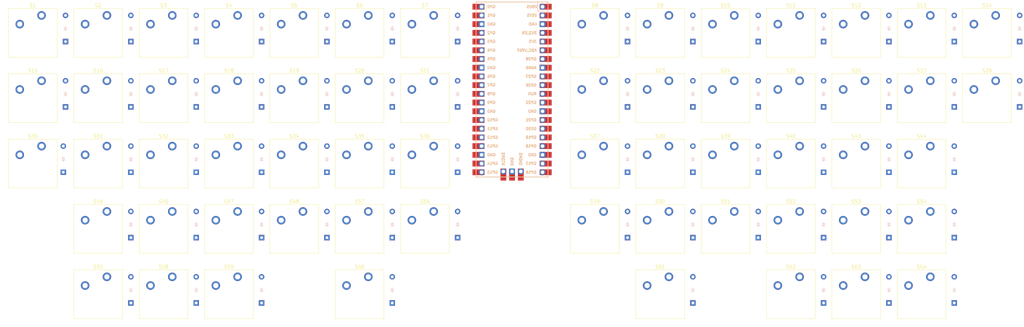
<source format=kicad_pcb>
(kicad_pcb (version 20240108) (generator "pcbnew") (generator_version "8.0")
  (layers (0 "F.Cu" signal) (31 "B.Cu" signal) (34 "B.Paste" user) (35 "F.Paste" user) (36 "B.SilkS" user "B.Silkscreen") (37 "F.SilkS" user "F.Silkscreen") (38 "B.Mask" user) (39 "F.Mask" user) (44 "Edge.Cuts" user))
  (net 0 "")
  (net 1 "Net-(D1-A)")
  (net 2 "row 0 _ right")
  (net 3 "Net-(D2-A)")
  (net 4 "Net-(D3-A)")
  (net 5 "Net-(D4-A)")
  (net 6 "Net-(D5-A)")
  (net 7 "Net-(D6-A)")
  (net 8 "Net-(D7-A)")
  (net 9 "Net-(D8-A)")
  (net 10 "Net-(D9-A)")
  (net 11 "Net-(D10-A)")
  (net 12 "Net-(D11-A)")
  (net 13 "Net-(D12-A)")
  (net 14 "Net-(D13-A)")
  (net 15 "Net-(D14-A)")
  (net 16 "row 1 _ right")
  (net 17 "Net-(D15-A)")
  (net 18 "Net-(D16-A)")
  (net 19 "Net-(D17-A)")
  (net 20 "Net-(D18-A)")
  (net 21 "Net-(D19-A)")
  (net 22 "Net-(D20-A)")
  (net 23 "Net-(D21-A)")
  (net 24 "Net-(D22-A)")
  (net 25 "Net-(D23-A)")
  (net 26 "Net-(D24-A)")
  (net 27 "Net-(D25-A)")
  (net 28 "Net-(D26-A)")
  (net 29 "Net-(D27-A)")
  (net 30 "row 2 _ right")
  (net 31 "Net-(D29-A)")
  (net 32 "Net-(D30-A)")
  (net 33 "Net-(D31-A)")
  (net 34 "Net-(D32-A)")
  (net 35 "Net-(D33-A)")
  (net 36 "Net-(D34-A)")
  (net 37 "Net-(D35-A)")
  (net 38 "Net-(D36-A)")
  (net 39 "Net-(D37-A)")
  (net 40 "Net-(D38-A)")
  (net 41 "Net-(D39-A)")
  (net 42 "Net-(D40-A)")
  (net 43 "row 3 _ right")
  (net 44 "Net-(D43-A)")
  (net 45 "Net-(D44-A)")
  (net 46 "Net-(D45-A)")
  (net 47 "Net-(D46-A)")
  (net 48 "Net-(D47-A)")
  (net 49 "Net-(D48-A)")
  (net 50 "Net-(D49-A)")
  (net 51 "Net-(D50-A)")
  (net 52 "column 0")
  (net 53 "column 1")
  (net 54 "column 2")
  (net 55 "column 3")
  (net 56 "column 4")
  (net 57 "column 5")
  (net 58 "column 6")
  (net 59 "column 7")
  (net 60 "column 8")
  (net 61 "column 9")
  (net 62 "column 10")
  (net 63 "column 11")
  (net 64 "column 12")
  (net 65 "column 13")
  (net 92 "Net-(D51-A)")
  (net 93 "Net-(D52-A)")
  (net 94 "Net-(D53-A)")
  (net 95 "Net-(D54-A)")
  (net 96 "Net-(D55-A)")
  (net 97 "Net-(D56-A)")
  (net 98 "Net-(D57-A)")
  (net 99 "Net-(D58-A)")
  (net 100 "Net-(D59-A)")
  (net 101 "Net-(D60-A)")
  (net 102 "Net-(D61-A)")
  (net 103 "Net-(D62-A)")
  (net 104 "Net-(D63-A)")
  (net 105 "Net-(D64-A)")
  (net 106 "row 4 _ right")
  (footprint "ScottoKeebs_MX:MX_PCB_1.00u" (layer "F.Cu") (at 242.57 21.59)
    (property "Reference" "S11" (at 0 -8 0) (layer "F.SilkS"))
    (property "Value" "Keyswitch")
    (pad "" np_thru_hole circle (at -5.08 0) (size 1.75 1.75) (drill 1.75) (layers "*.Cu" "*.Mask"))
    (pad "" np_thru_hole circle (at 0 0) (size 4 4) (drill 4) (layers "*.Cu" "*.Mask"))
    (pad "" np_thru_hole circle (at 5.08 0) (size 1.75 1.75) (drill 1.75) (layers "*.Cu" "*.Mask"))
    (pad "1" thru_hole circle (at -3.81 -2.54) (size 2.5 2.5) (drill 1.5) (layers "*.Cu" "*.Mask") (net 62 "column 10"))
    (pad "2" thru_hole circle (at 2.54 -5.08) (size 2.5 2.5) (drill 1.5) (layers "*.Cu" "*.Mask") (net 12 "Net-(D11-A)"))
  )
  (footprint "ScottoKeebs_MX:MX_PCB_1.00u" (layer "F.Cu") (at 185.42 59.69)
    (property "Reference" "S37" (at 0 -8 0) (layer "F.SilkS"))
    (property "Value" "Keyswitch")
    (pad "" np_thru_hole circle (at -5.08 0) (size 1.75 1.75) (drill 1.75) (layers "*.Cu" "*.Mask"))
    (pad "" np_thru_hole circle (at 0 0) (size 4 4) (drill 4) (layers "*.Cu" "*.Mask"))
    (pad "" np_thru_hole circle (at 5.08 0) (size 1.75 1.75) (drill 1.75) (layers "*.Cu" "*.Mask"))
    (pad "1" thru_hole circle (at -3.81 -2.54) (size 2.5 2.5) (drill 1.5) (layers "*.Cu" "*.Mask") (net 60 "column 8"))
    (pad "2" thru_hole circle (at 2.54 -5.08) (size 2.5 2.5) (drill 1.5) (layers "*.Cu" "*.Mask") (net 39 "Net-(D37-A)"))
  )
  (footprint "ScottoKeebs_MX:MX_PCB_1.00u" (layer "F.Cu") (at 185.42 78.74)
    (property "Reference" "S49" (at 0 -8 0) (layer "F.SilkS"))
    (property "Value" "Keyswitch")
    (pad "" np_thru_hole circle (at -5.08 0) (size 1.75 1.75) (drill 1.75) (layers "*.Cu" "*.Mask"))
    (pad "" np_thru_hole circle (at 0 0) (size 4 4) (drill 4) (layers "*.Cu" "*.Mask"))
    (pad "" np_thru_hole circle (at 5.08 0) (size 1.75 1.75) (drill 1.75) (layers "*.Cu" "*.Mask"))
    (pad "1" thru_hole circle (at -3.81 -2.54) (size 2.5 2.5) (drill 1.5) (layers "*.Cu" "*.Mask") (net 62 "column 10"))
    (pad "2" thru_hole circle (at 2.54 -5.08) (size 2.5 2.5) (drill 1.5) (layers "*.Cu" "*.Mask") (net 50 "Net-(D49-A)"))
  )
  (footprint "ScottoKeebs_MX:MX_PCB_1.00u" (layer "F.Cu") (at 242.57 78.74)
    (property "Reference" "S52" (at 0 -8 0) (layer "F.SilkS"))
    (property "Value" "Keyswitch")
    (pad "" np_thru_hole circle (at -5.08 0) (size 1.75 1.75) (drill 1.75) (layers "*.Cu" "*.Mask"))
    (pad "" np_thru_hole circle (at 0 0) (size 4 4) (drill 4) (layers "*.Cu" "*.Mask"))
    (pad "" np_thru_hole circle (at 5.08 0) (size 1.75 1.75) (drill 1.75) (layers "*.Cu" "*.Mask"))
    (pad "1" thru_hole circle (at -3.81 -2.54) (size 2.5 2.5) (drill 1.5) (layers "*.Cu" "*.Mask") (net 53 "column 1"))
    (pad "2" thru_hole circle (at 2.54 -5.08) (size 2.5 2.5) (drill 1.5) (layers "*.Cu" "*.Mask") (net 93 "Net-(D52-A)"))
  )
  (footprint "ScottoKeebs_MX:MX_PCB_1.00u" (layer "F.Cu") (at 59.69 59.69)
    (property "Reference" "S32" (at 0 -8 0) (layer "F.SilkS"))
    (property "Value" "Keyswitch")
    (pad "" np_thru_hole circle (at -5.08 0) (size 1.75 1.75) (drill 1.75) (layers "*.Cu" "*.Mask"))
    (pad "" np_thru_hole circle (at 0 0) (size 4 4) (drill 4) (layers "*.Cu" "*.Mask"))
    (pad "" np_thru_hole circle (at 5.08 0) (size 1.75 1.75) (drill 1.75) (layers "*.Cu" "*.Mask"))
    (pad "1" thru_hole circle (at -3.81 -2.54) (size 2.5 2.5) (drill 1.5) (layers "*.Cu" "*.Mask") (net 55 "column 3"))
    (pad "2" thru_hole circle (at 2.54 -5.08) (size 2.5 2.5) (drill 1.5) (layers "*.Cu" "*.Mask") (net 34 "Net-(D32-A)"))
  )
  (footprint "ScottoKeebs_MX:MX_PCB_1.00u" (layer "F.Cu") (at 299.72 40.64)
    (property "Reference" "S29" (at 0 -8 0) (layer "F.SilkS"))
    (property "Value" "Keyswitch")
    (pad "" np_thru_hole circle (at -5.08 0) (size 1.75 1.75) (drill 1.75) (layers "*.Cu" "*.Mask"))
    (pad "" np_thru_hole circle (at 0 0) (size 4 4) (drill 4) (layers "*.Cu" "*.Mask"))
    (pad "" np_thru_hole circle (at 5.08 0) (size 1.75 1.75) (drill 1.75) (layers "*.Cu" "*.Mask"))
    (pad "1" thru_hole circle (at -3.81 -2.54) (size 2.5 2.5) (drill 1.5) (layers "*.Cu" "*.Mask") (net 52 "column 0"))
    (pad "2" thru_hole circle (at 2.54 -5.08) (size 2.5 2.5) (drill 1.5) (layers "*.Cu" "*.Mask") (net 31 "Net-(D29-A)"))
  )
  (footprint "ScottoKeebs_MX:MX_PCB_1.00u" (layer "F.Cu") (at 97.79 40.64)
    (property "Reference" "S19" (at 0 -8 0) (layer "F.SilkS"))
    (property "Value" "Keyswitch")
    (pad "" np_thru_hole circle (at -5.08 0) (size 1.75 1.75) (drill 1.75) (layers "*.Cu" "*.Mask"))
    (pad "" np_thru_hole circle (at 0 0) (size 4 4) (drill 4) (layers "*.Cu" "*.Mask"))
    (pad "" np_thru_hole circle (at 5.08 0) (size 1.75 1.75) (drill 1.75) (layers "*.Cu" "*.Mask"))
    (pad "1" thru_hole circle (at -3.81 -2.54) (size 2.5 2.5) (drill 1.5) (layers "*.Cu" "*.Mask") (net 56 "column 4"))
    (pad "2" thru_hole circle (at 2.54 -5.08) (size 2.5 2.5) (drill 1.5) (layers "*.Cu" "*.Mask") (net 21 "Net-(D19-A)"))
  )
  (footprint "ScottoKeebs_MX:MX_PCB_1.00u" (layer "F.Cu") (at 40.64 21.59)
    (property "Reference" "S2" (at 0 -8 0) (layer "F.SilkS"))
    (property "Value" "Keyswitch")
    (pad "" np_thru_hole circle (at -5.08 0) (size 1.75 1.75) (drill 1.75) (layers "*.Cu" "*.Mask"))
    (pad "" np_thru_hole circle (at 0 0) (size 4 4) (drill 4) (layers "*.Cu" "*.Mask"))
    (pad "" np_thru_hole circle (at 5.08 0) (size 1.75 1.75) (drill 1.75) (layers "*.Cu" "*.Mask"))
    (pad "1" thru_hole circle (at -3.81 -2.54) (size 2.5 2.5) (drill 1.5) (layers "*.Cu" "*.Mask") (net 53 "column 1"))
    (pad "2" thru_hole circle (at 2.54 -5.08) (size 2.5 2.5) (drill 1.5) (layers "*.Cu" "*.Mask") (net 3 "Net-(D2-A)"))
  )
  (footprint "ScottoKeebs_MX:MX_PCB_1.00u" (layer "F.Cu") (at 280.67 21.59)
    (property "Reference" "S13" (at 0 -8 0) (layer "F.SilkS"))
    (property "Value" "Keyswitch")
    (pad "" np_thru_hole circle (at -5.08 0) (size 1.75 1.75) (drill 1.75) (layers "*.Cu" "*.Mask"))
    (pad "" np_thru_hole circle (at 0 0) (size 4 4) (drill 4) (layers "*.Cu" "*.Mask"))
    (pad "" np_thru_hole circle (at 5.08 0) (size 1.75 1.75) (drill 1.75) (layers "*.Cu" "*.Mask"))
    (pad "1" thru_hole circle (at -3.81 -2.54) (size 2.5 2.5) (drill 1.5) (layers "*.Cu" "*.Mask") (net 64 "column 12"))
    (pad "2" thru_hole circle (at 2.54 -5.08) (size 2.5 2.5) (drill 1.5) (layers "*.Cu" "*.Mask") (net 14 "Net-(D13-A)"))
  )
  (footprint "ScottoKeebs_MX:MX_PCB_1.00u" (layer "F.Cu") (at 78.74 21.59)
    (property "Reference" "S4" (at 0 -8 0) (layer "F.SilkS"))
    (property "Value" "Keyswitch")
    (pad "" np_thru_hole circle (at -5.08 0) (size 1.75 1.75) (drill 1.75) (layers "*.Cu" "*.Mask"))
    (pad "" np_thru_hole circle (at 0 0) (size 4 4) (drill 4) (layers "*.Cu" "*.Mask"))
    (pad "" np_thru_hole circle (at 5.08 0) (size 1.75 1.75) (drill 1.75) (layers "*.Cu" "*.Mask"))
    (pad "1" thru_hole circle (at -3.81 -2.54) (size 2.5 2.5) (drill 1.5) (layers "*.Cu" "*.Mask") (net 55 "column 3"))
    (pad "2" thru_hole circle (at 2.54 -5.08) (size 2.5 2.5) (drill 1.5) (layers "*.Cu" "*.Mask") (net 5 "Net-(D4-A)"))
  )
  (footprint "ScottoKeebs_MX:MX_PCB_1.00u" (layer "F.Cu") (at 97.79 21.59)
    (property "Reference" "S5" (at 0 -8 0) (layer "F.SilkS"))
    (property "Value" "Keyswitch")
    (pad "" np_thru_hole circle (at -5.08 0) (size 1.75 1.75) (drill 1.75) (layers "*.Cu" "*.Mask"))
    (pad "" np_thru_hole circle (at 0 0) (size 4 4) (drill 4) (layers "*.Cu" "*.Mask"))
    (pad "" np_thru_hole circle (at 5.08 0) (size 1.75 1.75) (drill 1.75) (layers "*.Cu" "*.Mask"))
    (pad "1" thru_hole circle (at -3.81 -2.54) (size 2.5 2.5) (drill 1.5) (layers "*.Cu" "*.Mask") (net 56 "column 4"))
    (pad "2" thru_hole circle (at 2.54 -5.08) (size 2.5 2.5) (drill 1.5) (layers "*.Cu" "*.Mask") (net 6 "Net-(D5-A)"))
  )
  (footprint "ScottoKeebs_MX:MX_PCB_1.00u" (layer "F.Cu") (at 78.74 78.74)
    (property "Reference" "S47" (at 0 -8 0) (layer "F.SilkS"))
    (property "Value" "Keyswitch")
    (pad "" np_thru_hole circle (at -5.08 0) (size 1.75 1.75) (drill 1.75) (layers "*.Cu" "*.Mask"))
    (pad "" np_thru_hole circle (at 0 0) (size 4 4) (drill 4) (layers "*.Cu" "*.Mask"))
    (pad "" np_thru_hole circle (at 5.08 0) (size 1.75 1.75) (drill 1.75) (layers "*.Cu" "*.Mask"))
    (pad "1" thru_hole circle (at -3.81 -2.54) (size 2.5 2.5) (drill 1.5) (layers "*.Cu" "*.Mask") (net 59 "column 7"))
    (pad "2" thru_hole circle (at 2.54 -5.08) (size 2.5 2.5) (drill 1.5) (layers "*.Cu" "*.Mask") (net 48 "Net-(D47-A)"))
  )
  (footprint "ScottoKeebs_MX:MX_PCB_1.00u" (layer "F.Cu") (at 223.52 40.64)
    (property "Reference" "S24" (at 0 -8 0) (layer "F.SilkS"))
    (property "Value" "Keyswitch")
    (pad "" np_thru_hole circle (at -5.08 0) (size 1.75 1.75) (drill 1.75) (layers "*.Cu" "*.Mask"))
    (pad "" np_thru_hole circle (at 0 0) (size 4 4) (drill 4) (layers "*.Cu" "*.Mask"))
    (pad "" np_thru_hole circle (at 5.08 0) (size 1.75 1.75) (drill 1.75) (layers "*.Cu" "*.Mask"))
    (pad "1" thru_hole circle (at -3.81 -2.54) (size 2.5 2.5) (drill 1.5) (layers "*.Cu" "*.Mask") (net 61 "column 9"))
    (pad "2" thru_hole circle (at 2.54 -5.08) (size 2.5 2.5) (drill 1.5) (layers "*.Cu" "*.Mask") (net 26 "Net-(D24-A)"))
  )
  (footprint "ScottoKeebs_MX:MX_PCB_1.00u" (layer "F.Cu") (at 135.89 21.59)
    (property "Reference" "S7" (at 0 -8 0) (layer "F.SilkS"))
    (property "Value" "Keyswitch")
    (pad "" np_thru_hole circle (at -5.08 0) (size 1.75 1.75) (drill 1.75) (layers "*.Cu" "*.Mask"))
    (pad "" np_thru_hole circle (at 0 0) (size 4 4) (drill 4) (layers "*.Cu" "*.Mask"))
    (pad "" np_thru_hole circle (at 5.08 0) (size 1.75 1.75) (drill 1.75) (layers "*.Cu" "*.Mask"))
    (pad "1" thru_hole circle (at -3.81 -2.54) (size 2.5 2.5) (drill 1.5) (layers "*.Cu" "*.Mask") (net 58 "column 6"))
    (pad "2" thru_hole circle (at 2.54 -5.08) (size 2.5 2.5) (drill 1.5) (layers "*.Cu" "*.Mask") (net 8 "Net-(D7-A)"))
  )
  (footprint "ScottoKeebs_MX:MX_PCB_1.00u" (layer "F.Cu") (at 59.69 40.64)
    (property "Reference" "S17" (at 0 -8 0) (layer "F.SilkS"))
    (property "Value" "Keyswitch")
    (pad "" np_thru_hole circle (at -5.08 0) (size 1.75 1.75) (drill 1.75) (layers "*.Cu" "*.Mask"))
    (pad "" np_thru_hole circle (at 0 0) (size 4 4) (drill 4) (layers "*.Cu" "*.Mask"))
    (pad "" np_thru_hole circle (at 5.08 0) (size 1.75 1.75) (drill 1.75) (layers "*.Cu" "*.Mask"))
    (pad "1" thru_hole circle (at -3.81 -2.54) (size 2.5 2.5) (drill 1.5) (layers "*.Cu" "*.Mask") (net 54 "column 2"))
    (pad "2" thru_hole circle (at 2.54 -5.08) (size 2.5 2.5) (drill 1.5) (layers "*.Cu" "*.Mask") (net 19 "Net-(D17-A)"))
  )
  (footprint "ScottoKeebs_MX:MX_PCB_1.00u" (layer "F.Cu") (at 261.62 40.64)
    (property "Reference" "S26" (at 0 -8 0) (layer "F.SilkS"))
    (property "Value" "Keyswitch")
    (pad "" np_thru_hole circle (at -5.08 0) (size 1.75 1.75) (drill 1.75) (layers "*.Cu" "*.Mask"))
    (pad "" np_thru_hole circle (at 0 0) (size 4 4) (drill 4) (layers "*.Cu" "*.Mask"))
    (pad "" np_thru_hole circle (at 5.08 0) (size 1.75 1.75) (drill 1.75) (layers "*.Cu" "*.Mask"))
    (pad "1" thru_hole circle (at -3.81 -2.54) (size 2.5 2.5) (drill 1.5) (layers "*.Cu" "*.Mask") (net 63 "column 11"))
    (pad "2" thru_hole circle (at 2.54 -5.08) (size 2.5 2.5) (drill 1.5) (layers "*.Cu" "*.Mask") (net 28 "Net-(D26-A)"))
  )
  (footprint "ScottoKeebs_MX:MX_PCB_1.00u" (layer "F.Cu") (at 135.89 59.69)
    (property "Reference" "S36" (at 0 -8 0) (layer "F.SilkS"))
    (property "Value" "Keyswitch")
    (pad "" np_thru_hole circle (at -5.08 0) (size 1.75 1.75) (drill 1.75) (layers "*.Cu" "*.Mask"))
    (pad "" np_thru_hole circle (at 0 0) (size 4 4) (drill 4) (layers "*.Cu" "*.Mask"))
    (pad "" np_thru_hole circle (at 5.08 0) (size 1.75 1.75) (drill 1.75) (layers "*.Cu" "*.Mask"))
    (pad "1" thru_hole circle (at -3.81 -2.54) (size 2.5 2.5) (drill 1.5) (layers "*.Cu" "*.Mask") (net 59 "column 7"))
    (pad "2" thru_hole circle (at 2.54 -5.08) (size 2.5 2.5) (drill 1.5) (layers "*.Cu" "*.Mask") (net 38 "Net-(D36-A)"))
  )
  (footprint "ScottoKeebs_MX:MX_PCB_1.00u" (layer "F.Cu") (at 280.67 40.64)
    (property "Reference" "S27" (at 0 -8 0) (layer "F.SilkS"))
    (property "Value" "Keyswitch")
    (pad "" np_thru_hole circle (at -5.08 0) (size 1.75 1.75) (drill 1.75) (layers "*.Cu" "*.Mask"))
    (pad "" np_thru_hole circle (at 0 0) (size 4 4) (drill 4) (layers "*.Cu" "*.Mask"))
    (pad "" np_thru_hole circle (at 5.08 0) (size 1.75 1.75) (drill 1.75) (layers "*.Cu" "*.Mask"))
    (pad "1" thru_hole circle (at -3.81 -2.54) (size 2.5 2.5) (drill 1.5) (layers "*.Cu" "*.Mask") (net 64 "column 12"))
    (pad "2" thru_hole circle (at 2.54 -5.08) (size 2.5 2.5) (drill 1.5) (layers "*.Cu" "*.Mask") (net 29 "Net-(D27-A)"))
  )
  (footprint "ScottoKeebs_MX:MX_PCB_1.00u" (layer "F.Cu") (at 242.57 97.79)
    (property "Reference" "S62" (at 0 -8 0) (layer "F.SilkS"))
    (property "Value" "Keyswitch")
    (pad "" np_thru_hole circle (at -5.08 0) (size 1.75 1.75) (drill 1.75) (layers "*.Cu" "*.Mask"))
    (pad "" np_thru_hole circle (at 0 0) (size 4 4) (drill 4) (layers "*.Cu" "*.Mask"))
    (pad "" np_thru_hole circle (at 5.08 0) (size 1.75 1.75) (drill 1.75) (layers "*.Cu" "*.Mask"))
    (pad "1" thru_hole circle (at -3.81 -2.54) (size 2.5 2.5) (drill 1.5) (layers "*.Cu" "*.Mask") (net 63 "column 11"))
    (pad "2" thru_hole circle (at 2.54 -5.08) (size 2.5 2.5) (drill 1.5) (layers "*.Cu" "*.Mask") (net 103 "Net-(D62-A)"))
  )
  (footprint "ScottoKeebs_MX:MX_PCB_1.00u" (layer "F.Cu") (at 40.64 40.64)
    (property "Reference" "S16" (at 0 -8 0) (layer "F.SilkS"))
    (property "Value" "Keyswitch")
    (pad "" np_thru_hole circle (at -5.08 0) (size 1.75 1.75) (drill 1.75) (layers "*.Cu" "*.Mask"))
    (pad "" np_thru_hole circle (at 0 0) (size 4 4) (drill 4) (layers "*.Cu" "*.Mask"))
    (pad "" np_thru_hole circle (at 5.08 0) (size 1.75 1.75) (drill 1.75) (layers "*.Cu" "*.Mask"))
    (pad "1" thru_hole circle (at -3.81 -2.54) (size 2.5 2.5) (drill 1.5) (layers "*.Cu" "*.Mask") (net 53 "column 1"))
    (pad "2" thru_hole circle (at 2.54 -5.08) (size 2.5 2.5) (drill 1.5) (layers "*.Cu" "*.Mask") (net 18 "Net-(D16-A)"))
  )
  (footprint "ScottoKeebs_MX:MX_PCB_1.00u" (layer "F.Cu") (at 97.79 59.69)
    (property "Reference" "S34" (at 0 -8 0) (layer "F.SilkS"))
    (property "Value" "Keyswitch")
    (pad "" np_thru_hole circle (at -5.08 0) (size 1.75 1.75) (drill 1.75) (layers "*.Cu" "*.Mask"))
    (pad "" np_thru_hole circle (at 0 0) (size 4 4) (drill 4) (layers "*.Cu" "*.Mask"))
    (pad "" np_thru_hole circle (at 5.08 0) (size 1.75 1.75) (drill 1.75) (layers "*.Cu" "*.Mask"))
    (pad "1" thru_hole circle (at -3.81 -2.54) (size 2.5 2.5) (drill 1.5) (layers "*.Cu" "*.Mask") (net 57 "column 5"))
    (pad "2" thru_hole circle (at 2.54 -5.08) (size 2.5 2.5) (drill 1.5) (layers "*.Cu" "*.Mask") (net 36 "Net-(D34-A)"))
  )
  (footprint "ScottoKeebs_MX:MX_PCB_1.00u" (layer "F.Cu") (at 59.69 97.79)
    (property "Reference" "S58" (at 0 -8 0) (layer "F.SilkS"))
    (property "Value" "Keyswitch")
    (pad "" np_thru_hole circle (at -5.08 0) (size 1.75 1.75) (drill 1.75) (layers "*.Cu" "*.Mask"))
    (pad "" np_thru_hole circle (at 0 0) (size 4 4) (drill 4) (layers "*.Cu" "*.Mask"))
    (pad "" np_thru_hole circle (at 5.08 0) (size 1.75 1.75) (drill 1.75) (layers "*.Cu" "*.Mask"))
    (pad "1" thru_hole circle (at -3.81 -2.54) (size 2.5 2.5) (drill 1.5) (layers "*.Cu" "*.Mask") (net 59 "column 7"))
    (pad "2" thru_hole circle (at 2.54 -5.08) (size 2.5 2.5) (drill 1.5) (layers "*.Cu" "*.Mask") (net 99 "Net-(D58-A)"))
  )
  (footprint "ScottoKeebs_MX:MX_PCB_1.00u" (layer "F.Cu") (at 21.59 40.64)
    (property "Reference" "S15" (at 0 -8 0) (layer "F.SilkS"))
    (property "Value" "Keyswitch")
    (pad "" np_thru_hole circle (at -5.08 0) (size 1.75 1.75) (drill 1.75) (layers "*.Cu" "*.Mask"))
    (pad "" np_thru_hole circle (at 0 0) (size 4 4) (drill 4) (layers "*.Cu" "*.Mask"))
    (pad "" np_thru_hole circle (at 5.08 0) (size 1.75 1.75) (drill 1.75) (layers "*.Cu" "*.Mask"))
    (pad "1" thru_hole circle (at -3.81 -2.54) (size 2.5 2.5) (drill 1.5) (layers "*.Cu" "*.Mask") (net 52 "column 0"))
    (pad "2" thru_hole circle (at 2.54 -5.08) (size 2.5 2.5) (drill 1.5) (layers "*.Cu" "*.Mask") (net 17 "Net-(D15-A)"))
  )
  (footprint "ScottoKeebs_MX:MX_PCB_1.00u" (layer "F.Cu") (at 116.84 78.74)
    (property "Reference" "S57" (at 0 -8 0) (layer "F.SilkS"))
    (property "Value" "Keyswitch")
    (pad "" np_thru_hole circle (at -5.08 0) (size 1.75 1.75) (drill 1.75) (layers "*.Cu" "*.Mask"))
    (pad "" np_thru_hole circle (at 0 0) (size 4 4) (drill 4) (layers "*.Cu" "*.Mask"))
    (pad "" np_thru_hole circle (at 5.08 0) (size 1.75 1.75) (drill 1.75) (layers "*.Cu" "*.Mask"))
    (pad "1" thru_hole circle (at -3.81 -2.54) (size 2.5 2.5) (drill 1.5) (layers "*.Cu" "*.Mask") (net 58 "column 6"))
    (pad "2" thru_hole circle (at 2.54 -5.08) (size 2.5 2.5) (drill 1.5) (layers "*.Cu" "*.Mask") (net 98 "Net-(D57-A)"))
  )
  (footprint "ScottoKeebs_MX:MX_PCB_1.00u" (layer "F.Cu") (at 280.67 59.69)
    (property "Reference" "S44" (at 0 -8 0) (layer "F.SilkS"))
    (property "Value" "Keyswitch")
    (pad "" np_thru_hole circle (at -5.08 0) (size 1.75 1.75) (drill 1.75) (layers "*.Cu" "*.Mask"))
    (pad "" np_thru_hole circle (at 0 0) (size 4 4) (drill 4) (layers "*.Cu" "*.Mask"))
    (pad "" np_thru_hole circle (at 5.08 0) (size 1.75 1.75) (drill 1.75) (layers "*.Cu" "*.Mask"))
    (pad "1" thru_hole circle (at -3.81 -2.54) (size 2.5 2.5) (drill 1.5) (layers "*.Cu" "*.Mask") (net 55 "column 3"))
    (pad "2" thru_hole circle (at 2.54 -5.08) (size 2.5 2.5) (drill 1.5) (layers "*.Cu" "*.Mask") (net 45 "Net-(D44-A)"))
  )
  (footprint "ScottoKeebs_MX:MX_PCB_1.00u" (layer "F.Cu") (at 261.62 78.74)
    (property "Reference" "S53" (at 0 -8 0) (layer "F.SilkS"))
    (property "Value" "Keyswitch")
    (pad "" np_thru_hole circle (at -5.08 0) (size 1.75 1.75) (drill 1.75) (layers "*.Cu" "*.Mask"))
    (pad "" np_thru_hole circle (at 0 0) (size 4 4) (drill 4) (layers "*.Cu" "*.Mask"))
    (pad "" np_thru_hole circle (at 5.08 0) (size 1.75 1.75) (drill 1.75) (layers "*.Cu" "*.Mask"))
    (pad "1" thru_hole circle (at -3.81 -2.54) (size 2.5 2.5) (drill 1.5) (layers "*.Cu" "*.Mask") (net 54 "column 2"))
    (pad "2" thru_hole circle (at 2.54 -5.08) (size 2.5 2.5) (drill 1.5) (layers "*.Cu" "*.Mask") (net 94 "Net-(D53-A)"))
  )
  (footprint "ScottoKeebs_MX:MX_PCB_1.00u" (layer "F.Cu") (at 40.64 59.69)
    (property "Reference" "S31" (at 0 -8 0) (layer "F.SilkS"))
    (property "Value" "Keyswitch")
    (pad "" np_thru_hole circle (at -5.08 0) (size 1.75 1.75) (drill 1.75) (layers "*.Cu" "*.Mask"))
    (pad "" np_thru_hole circle (at 0 0) (size 4 4) (drill 4) (layers "*.Cu" "*.Mask"))
    (pad "" np_thru_hole circle (at 5.08 0) (size 1.75 1.75) (drill 1.75) (layers "*.Cu" "*.Mask"))
    (pad "1" thru_hole circle (at -3.81 -2.54) (size 2.5 2.5) (drill 1.5) (layers "*.Cu" "*.Mask") (net 54 "column 2"))
    (pad "2" thru_hole circle (at 2.54 -5.08) (size 2.5 2.5) (drill 1.5) (layers "*.Cu" "*.Mask") (net 33 "Net-(D31-A)"))
  )
  (footprint "ScottoKeebs_MX:MX_PCB_1.00u" (layer "F.Cu") (at 223.52 59.69)
    (property "Reference" "S39" (at 0 -8 0) (layer "F.SilkS"))
    (property "Value" "Keyswitch")
    (pad "" np_thru_hole circle (at -5.08 0) (size 1.75 1.75) (drill 1.75) (layers "*.Cu" "*.Mask"))
    (pad "" np_thru_hole circle (at 0 0) (size 4 4) (drill 4) (layers "*.Cu" "*.Mask"))
    (pad "" np_thru_hole circle (at 5.08 0) (size 1.75 1.75) (drill 1.75) (layers "*.Cu" "*.Mask"))
    (pad "1" thru_hole circle (at -3.81 -2.54) (size 2.5 2.5) (drill 1.5) (layers "*.Cu" "*.Mask") (net 62 "column 10"))
    (pad "2" thru_hole circle (at 2.54 -5.08) (size 2.5 2.5) (drill 1.5) (layers "*.Cu" "*.Mask") (net 41 "Net-(D39-A)"))
  )
  (footprint "ScottoKeebs_MX:MX_PCB_1.00u" (layer "F.Cu") (at 204.47 40.64)
    (property "Reference" "S23" (at 0 -8 0) (layer "F.SilkS"))
    (property "Value" "Keyswitch")
    (pad "" np_thru_hole circle (at -5.08 0) (size 1.75 1.75) (drill 1.75) (layers "*.Cu" "*.Mask"))
    (pad "" np_thru_hole circle (at 0 0) (size 4 4) (drill 4) (layers "*.Cu" "*.Mask"))
    (pad "" np_thru_hole circle (at 5.08 0) (size 1.75 1.75) (drill 1.75) (layers "*.Cu" "*.Mask"))
    (pad "1" thru_hole circle (at -3.81 -2.54) (size 2.5 2.5) (drill 1.5) (layers "*.Cu" "*.Mask") (net 60 "column 8"))
    (pad "2" thru_hole circle (at 2.54 -5.08) (size 2.5 2.5) (drill 1.5) (layers "*.Cu" "*.Mask") (net 25 "Net-(D23-A)"))
  )
  (footprint "ScottoKeebs_MX:MX_PCB_1.00u" (layer "F.Cu") (at 116.84 21.59)
    (property "Reference" "S6" (at 0 -8 0) (layer "F.SilkS"))
    (property "Value" "Keyswitch")
    (pad "" np_thru_hole circle (at -5.08 0) (size 1.75 1.75) (drill 1.75) (layers "*.Cu" "*.Mask"))
    (pad "" np_thru_hole circle (at 0 0) (size 4 4) (drill 4) (layers "*.Cu" "*.Mask"))
    (pad "" np_thru_hole circle (at 5.08 0) (size 1.75 1.75) (drill 1.75) (layers "*.Cu" "*.Mask"))
    (pad "1" thru_hole circle (at -3.81 -2.54) (size 2.5 2.5) (drill 1.5) (layers "*.Cu" "*.Mask") (net 57 "column 5"))
    (pad "2" thru_hole circle (at 2.54 -5.08) (size 2.5 2.5) (drill 1.5) (layers "*.Cu" "*.Mask") (net 7 "Net-(D6-A)"))
  )
  (footprint "ScottoKeebs_MCU:Raspberry_Pi_Pico" (layer "F.Cu") (at 161.29 38.1)
    (property "Reference" "U1" (hide yes))
    (property "Value" "Raspberry_Pi_Pico" (hide yes))
    (fp_text user "RUN" (at 5.89 1.27 0) (layer "B.SilkS") (effects (font (size 0.8 0.8)) (justify mirror)))
    (fp_text user "GND" (at -6.04 -6.35 0) (layer "B.SilkS") (effects (font (size 0.8 0.8)) (justify mirror)))
    (fp_text user "ADC_VREF" (at 4.29 -11.43 0) (layer "B.SilkS") (effects (font (size 0.8 0.8)) (justify mirror)))
    (fp_text user "GND" (at 5.89 6.35 0) (layer "B.SilkS") (effects (font (size 0.8 0.8)) (justify mirror)))
    (fp_text user "GP17" (at 5.54 21.59 0) (layer "B.SilkS") (effects (font (size 0.8 0.8)) (justify mirror)))
    (fp_text user "GP12" (at -5.69 13.97 0) (layer "B.SilkS") (effects (font (size 0.8 0.8)) (justify mirror)))
    (fp_text user "GP19" (at 5.54 13.97 0) (layer "B.SilkS") (effects (font (size 0.8 0.8)) (justify mirror)))
    (fp_text user "GP10" (at -5.69 8.89 0) (layer "B.SilkS") (effects (font (size 0.8 0.8)) (justify mirror)))
    (fp_text user "GND" (at -6.04 -19.05 0) (layer "B.SilkS") (effects (font (size 0.8 0.8)) (justify mirror)))
    (fp_text user "GP5" (at -6.04 -8.89 0) (layer "B.SilkS") (effects (font (size 0.8 0.8)) (justify mirror)))
    (fp_text user "GP21" (at 5.54 8.9 0) (layer "B.SilkS") (effects (font (size 0.8 0.8)) (justify mirror)))
    (fp_text user "GND" (at 6.04 -19.05 0) (layer "B.SilkS") (effects (font (size 0.8 0.8)) (justify mirror)))
    (fp_text user "GP2" (at -6.04 -16.51 0) (layer "B.SilkS") (effects (font (size 0.8 0.8)) (justify mirror)))
    (fp_text user "AGND" (at 5.54 -6.35 0) (layer "B.SilkS") (effects (font (size 0.8 0.8)) (justify mirror)))
    (fp_text user "SWDIO" (at 2.54 20.25 -90) (layer "B.SilkS") (effects (font (size 0.8 0.8)) (justify mirror)))
    (fp_text user "GP22" (at 5.54 3.81 0) (layer "B.SilkS") (effects (font (size 0.8 0.8)) (justify mirror)))
    (fp_text user "GP9" (at -6.04 3.81 0) (layer "B.SilkS") (effects (font (size 0.8 0.8)) (justify mirror)))
    (fp_text user "GND" (at 0 21 -90) (layer "B.SilkS") (effects (font (size 0.8 0.8)) (justify mirror)))
    (fp_text user "GND" (at -6.04 6.35 0) (layer "B.SilkS") (effects (font (size 0.8 0.8)) (justify mirror)))
    (fp_text user "GND" (at 5.89 19.05 0) (layer "B.SilkS") (effects (font (size 0.8 0.8)) (justify mirror)))
    (fp_text user "GP16" (at 5.54 24.13 0) (layer "B.SilkS") (effects (font (size 0.8 0.8)) (justify mirror)))
    (fp_text user "GP27" (at 5.54 -3.8 0) (layer "B.SilkS") (effects (font (size 0.8 0.8)) (justify mirror)))
    (fp_text user "GP15" (at -5.69 24.13 0) (layer "B.SilkS") (effects (font (size 0.8 0.8)) (justify mirror)))
    (fp_text user "GP13" (at -5.69 16.51 0) (layer "B.SilkS") (effects (font (size 0.8 0.8)) (justify mirror)))
    (fp_text user "GP26" (at 5.54 -1.27 0) (layer "B.SilkS") (effects (font (size 0.8 0.8)) (justify mirror)))
    (fp_text user "GP0" (at -6.04 -24.13 0) (layer "B.SilkS") (effects (font (size 0.8 0.8)) (justify mirror)))
    (fp_text user "3V3_EN" (at 5.04 -16.51 0) (layer "B.SilkS") (effects (font (size 0.8 0.8)) (justify mirror)))
    (fp_text user "GP7" (at -6.04 -1.3 0) (layer "B.SilkS") (effects (font (size 0.8 0.8)) (justify mirror)))
    (fp_text user "GP14" (at -5.69 21.59 0) (layer "B.SilkS") (effects (font (size 0.8 0.8)) (justify mirror)))
    (fp_text user "GP1" (at -6.04 -21.6 0) (layer "B.SilkS") (effects (font (size 0.8 0.8)) (justify mirror)))
    (fp_text user "GP8" (at -6.04 1.27 0) (layer "B.SilkS") (effects (font (size 0.8 0.8)) (justify mirror)))
    (fp_text user "GND" (at -6.04 19.05 0) (layer "B.SilkS") (effects (font (size 0.8 0.8)) (justify mirror)))
    (fp_text user "GP3" (at -6.04 -13.97 0) (layer "B.SilkS") (effects (font (size 0.8 0.8)) (justify mirror)))
    (fp_text user "GP4" (at -6.04 -11.43 0) (layer "B.SilkS") (effects (font (size 0.8 0.8)) (justify mirror)))
    (fp_text user "GP20" (at 5.54 11.43 0) (layer "B.SilkS") (effects (font (size 0.8 0.8)) (justify mirror)))
    (fp_text user "GP18" (at 5.54 16.51 0) (layer "B.SilkS") (effects (font (size 0.8 0.8)) (justify mirror)))
    (fp_text user "VBUS" (at 5.79 -24.13 0) (layer "B.SilkS") (effects (font (size 0.8 0.8)) (justify mirror)))
    (fp_text user "GP6" (at -6.04 -3.81 0) (layer "B.SilkS") (effects (font (size 0.8 0.8)) (justify mirror)))
    (fp_text user "VSYS" (at 5.79 -21.59 0) (layer "B.SilkS") (effects (font (size 0.8 0.8)) (justify mirror)))
    (fp_text user "SWCLK" (at -2.54 20.25 -90) (layer "B.SilkS") (effects (font (size 0.8 0.8)) (justify mirror)))
    (fp_text user "GP28" (at 5.54 -8.89 0) (layer "B.SilkS") (effects (font (size 0.8 0.8)) (justify mirror)))
    (fp_text user "GP11" (at -5.69 11.43 0) (layer "B.SilkS") (effects (font (size 0.8 0.8)) (justify mirror)))
    (fp_text user "3V3" (at 6.04 -13.97 0) (layer "B.SilkS") (effects (font (size 0.8 0.8)) (justify mirror)))
    (fp_text user "GP13" (at -5.69 16.51 0) (layer "F.SilkS") (effects (font (size 0.8 0.8))))
    (fp_text user "SWDIO" (at 2.54 20.25 90) (layer "F.SilkS") (effects (font (size 0.8 0.8))))
    (fp_text user "GP7" (at -6.04 -1.3 0) (layer "F.SilkS") (effects (font (size 0.8 0.8))))
    (fp_text user "GP1" (at -6.04 -21.6 0) (layer "F.SilkS") (effects (font (size 0.8 0.8))))
    (fp_text user "GND" (at 5.89 19.05 0) (layer "F.SilkS") (effects (font (size 0.8 0.8))))
    (fp_text user "GP20" (at 5.54 11.43 0) (layer "F.SilkS") (effects (font (size 0.8 0.8))))
    (fp_text user "GND" (at -6.04 6.35 0) (layer "F.SilkS") (effects (font (size 0.8 0.8))))
    (fp_text user "3V3_EN" (at 5.04 -16.51 0) (layer "F.SilkS") (effects (font (size 0.8 0.8))))
    (fp_text user "GP14" (at -5.69 21.59 0) (layer "F.SilkS") (effects (font (size 0.8 0.8))))
    (fp_text user "GP28" (at 5.54 -8.89 0) (layer "F.SilkS") (effects (font (size 0.8 0.8))))
    (fp_text user "GP22" (at 5.54 3.81 0) (layer "F.SilkS") (effects (font (size 0.8 0.8))))
    (fp_text user "GND" (at 6.04 -19.05 0) (layer "F.SilkS") (effects (font (size 0.8 0.8))))
    (fp_text user "GP8" (at -6.04 1.27 0) (layer "F.SilkS") (effects (font (size 0.8 0.8))))
    (fp_text user "GP18" (at 5.54 16.51 0) (layer "F.SilkS") (effects (font (size 0.8 0.8))))
    (fp_text user "GP9" (at -6.04 3.81 0) (layer "F.SilkS") (effects (font (size 0.8 0.8))))
    (fp_text user "AGND" (at 5.54 -6.35 0) (layer "F.SilkS") (effects (font (size 0.8 0.8))))
    (fp_text user "GND" (at -6.04 -19.05 0) (layer "F.SilkS") (effects (font (size 0.8 0.8))))
    (fp_text user "GP27" (at 5.54 -3.8 0) (layer "F.SilkS") (effects (font (size 0.8 0.8))))
    (fp_text user "GND" (at 5.89 6.35 0) (layer "F.SilkS") (effects (font (size 0.8 0.8))))
    (fp_text user "GP10" (at -5.69 8.89 0) (layer "F.SilkS") (effects (font (size 0.8 0.8))))
    (fp_text user "ADC_VREF" (at 4.29 -11.43 0) (layer "F.SilkS") (effects (font (size 0.8 0.8))))
    (fp_text user "3V3" (at 6.04 -13.97 0) (layer "F.SilkS") (effects (font (size 0.8 0.8))))
    (fp_text user "GP17" (at 5.54 21.59 0) (layer "F.SilkS") (effects (font (size 0.8 0.8))))
    (fp_text user "GP16" (at 5.54 24.13 0) (layer "F.SilkS") (effects (font (size 0.8 0.8))))
    (fp_text user "GP11" (at -5.69 11.43 0) (layer "F.SilkS") (effects (font (size 0.8 0.8))))
    (fp_text user "GP0" (at -6.04 -24.13 0) (layer "F.SilkS") (effects (font (size 0.8 0.8))))
    (fp_text user "GP19" (at 5.54 13.97 0) (layer "F.SilkS") (effects (font (size 0.8 0.8))))
    (fp_text user "RUN" (at 5.89 1.27 0) (layer "F.SilkS") (effects (font (size 0.8 0.8))))
    (fp_text user "GP3" (at -6.04 -13.97 0) (layer "F.SilkS") (effects (font (size 0.8 0.8))))
    (fp_text user "GP12" (at -5.69 13.97 0) (layer "F.SilkS") (effects (font (size 0.8 0.8))))
    (fp_text user "GP5" (at -6.04 -8.89 0) (layer "F.SilkS") (effects (font (size 0.8 0.8))))
    (fp_text user "VBUS" (at 5.79 -24.13 0) (layer "F.SilkS") (effects (font (size 0.8 0.8))))
    (fp_text user "GND" (at -6.04 -6.35 0) (layer "F.SilkS") (effects (font (size 0.8 0.8))))
    (fp_text user "GP15" (at -5.69 24.13 0) (layer "F.SilkS") (effects (font (size 0.8 0.8))))
    (fp_text user "GP6" (at -6.04 -3.81 0) (layer "F.SilkS") (effects (font (size 0.8 0.8))))
    (fp_text user "GP4" (at -6.04 -11.43 0) (layer "F.SilkS") (effects (font (size 0.8 0.8))))
    (fp_text user "GP21" (at 5.54 8.9 0) (layer "F.SilkS") (effects (font (size 0.8 0.8))))
    (fp_text user "GND" (at -6.04 19.05 0) (layer "F.SilkS") (effects (font (size 0.8 0.8))))
    (fp_text user "GP26" (at 5.54 -1.27 0) (layer "F.SilkS") (effects (font (size 0.8 0.8))))
    (fp_text user "VSYS" (at 5.79 -21.59 0) (layer "F.SilkS") (effects (font (size 0.8 0.8))))
    (fp_text user "GP2" (at -6.04 -16.51 0) (layer "F.SilkS") (effects (font (size 0.8 0.8))))
    (fp_text user "SWCLK" (at -2.54 20.25 90) (layer "F.SilkS") (effects (font (size 0.8 0.8))))
    (fp_text user "GND" (at 0 21 90) (layer "F.SilkS") (effects (font (size 0.8 0.8))))
    (pad "1" thru_hole oval (at -8.89 -24.13) (size 1.7 1.7) (drill 1.02) (layers "*.Cu" "*.Mask") (net 2 "row 0 _ right"))
    (pad "1" smd rect (at -8.89 -24.13) (size 3.5 1.7) (drill (offset -0.9 0)) (layers "F.Cu" "F.Mask") (net 2 "row 0 _ right"))
    (pad "2" thru_hole oval (at -8.89 -21.59) (size 1.7 1.7) (drill 1.02) (layers "*.Cu" "*.Mask") (net 16 "row 1 _ right"))
    (pad "2" smd rect (at -8.89 -21.59) (size 3.5 1.7) (drill (offset -0.9 0)) (layers "F.Cu" "F.Mask") (net 16 "row 1 _ right"))
    (pad "3" thru_hole rect (at -8.89 -19.05) (size 1.7 1.7) (drill 1.02) (layers "*.Cu" "*.Mask") (net 30 "row 2 _ right"))
    (pad "3" smd rect (at -8.89 -19.05) (size 3.5 1.7) (drill (offset -0.9 0)) (layers "F.Cu" "F.Mask") (net 30 "row 2 _ right"))
    (pad "4" thru_hole oval (at -8.89 -16.51) (size 1.7 1.7) (drill 1.02) (layers "*.Cu" "*.Mask") (net 52 "column 0"))
    (pad "4" smd rect (at -8.89 -16.51) (size 3.5 1.7) (drill (offset -0.9 0)) (layers "F.Cu" "F.Mask") (net 52 "column 0"))
    (pad "5" thru_hole oval (at -8.89 -13.97) (size 1.7 1.7) (drill 1.02) (layers "*.Cu" "*.Mask") (net 53 "column 1"))
    (pad "5" smd rect (at -8.89 -13.97) (size 3.5 1.7) (drill (offset -0.9 0)) (layers "F.Cu" "F.Mask") (net 53 "column 1"))
    (pad "6" thru_hole oval (at -8.89 -11.43) (size 1.7 1.7) (drill 1.02) (layers "*.Cu" "*.Mask") (net 54 "column 2"))
    (pad "6" smd rect (at -8.89 -11.43) (size 3.5 1.7) (drill (offset -0.9 0)) (layers "F.Cu" "F.Mask") (net 54 "column 2"))
    (pad "7" thru_hole oval (at -8.89 -8.89) (size 1.7 1.7) (drill 1.02) (layers "*.Cu" "*.Mask") (net 55 "column 3"))
    (pad "7" smd rect (at -8.89 -8.89) (size 3.5 1.7) (drill (offset -0.9 0)) (layers "F.Cu" "F.Mask") (net 55 "column 3"))
    (pad "8" thru_hole rect (at -8.89 -6.35) (size 1.7 1.7) (drill 1.02) (layers "*.Cu" "*.Mask") (net 56 "column 4"))
    (pad "8" smd rect (at -8.89 -6.35) (size 3.5 1.7) (drill (offset -0.9 0)) (layers "F.Cu" "F.Mask") (net 56 "column 4"))
    (pad "9" thru_hole oval (at -8.89 -3.81) (size 1.7 1.7) (drill 1.02) (layers "*.Cu" "*.Mask") (net 57 "column 5"))
    (pad "9" smd rect (at -8.89 -3.81) (size 3.5 1.7) (drill (offset -0.9 0)) (layers "F.Cu" "F.Mask") (net 57 "column 5"))
    (pad "10" thru_hole oval (at -8.89 -1.27) (size 1.7 1.7) (drill 1.02) (layers "*.Cu" "*.Mask") (net 58 "column 6"))
    (pad "10" smd rect (at -8.89 -1.27) (size 3.5 1.7) (drill (offset -0.9 0)) (layers "F.Cu" "F.Mask") (net 58 "column 6"))
    (pad "11" thru_hole oval (at -8.89 1.27) (size 1.7 1.7) (drill 1.02) (layers "*.Cu" "*.Mask") (net 59 "column 7"))
    (pad "11" smd rect (at -8.89 1.27) (size 3.5 1.7) (drill (offset -0.9 0)) (layers "F.Cu" "F.Mask") (net 59 "column 7"))
    (pad "12" thru_hole oval (at -8.89 3.81) (size 1.7 1.7) (drill 1.02) (layers "*.Cu" "*.Mask") (net 60 "column 8"))
    (pad "12" smd rect (at -8.89 3.81) (size 3.5 1.7) (drill (offset -0.9 0)) (layers "F.Cu" "F.Mask") (net 60 "column 8"))
    (pad "13" thru_hole rect (at -8.89 6.35) (size 1.7 1.7) (drill 1.02) (layers "*.Cu" "*.Mask") (net 61 "column 9"))
    (pad "13" smd rect (at -8.89 6.35) (size 3.5 1.7) (drill (offset -0.9 0)) (layers "F.Cu" "F.Mask") (net 61 "column 9"))
    (pad "14" thru_hole oval (at -8.89 8.89) (size 1.7 1.7) (drill 1.02) (layers "*.Cu" "*.Mask") (net 62 "column 10"))
    (pad "14" smd rect (at -8.89 8.89) (size 3.5 1.7) (drill (offset -0.9 0)) (layers "F.Cu" "F.Mask") (net 62 "column 10"))
    (pad "15" thru_hole oval (at -8.89 11.43) (size 1.7 1.7) (drill 1.02) (layers "*.Cu" "*.Mask") (net 63 "column 11"))
    (pad "15" smd rect (at -8.89 11.43) (size 3.5 1.7) (drill (offset -0.9 0)) (layers "F.Cu" "F.Mask") (net 63 "column 11"))
    (pad "16" thru_hole oval (at -8.89 13.97) (size 1.7 1.7) (drill 1.02) (layers "*.Cu" "*.Mask") (net 64 "column 12"))
    (pad "16" smd rect (at -8.89 13.97) (size 3.5 1.7) (drill (offset -0.9 0)) (layers "F.Cu" "F.Mask") (net 64 "column 12"))
    (pad "17" thru_hole oval (at -8.89 16.51) (size 1.7 1.7) (drill 1.02) (layers "*.Cu" "*.Mask") (net 65 "column 13"))
    (pad "17" smd rect (at -8.89 16.51) (size 3.5 1.7) (drill (offset -0.9 0)) (layers "F.Cu" "F.Mask") (net 65 "column 13"))
    (pad "18" thru_hole rect (at -8.89 19.05) (size 1.7 1.7) (drill 1.02) (layers "*.Cu" "*.Mask"))
    (pad "18" smd rect (at -8.89 19.05) (size 3.5 1.7) (drill (offset -0.9 0)) (layers "F.Cu" "F.Mask"))
    (pad "19" thru_hole oval (at -8.89 21.59) (size 1.7 1.7) (drill 1.02) (layers "*.Cu" "*.Mask"))
    (pad "19" smd rect (at -8.89 21.59) (size 3.5 1.7) (drill (offset -0.9 0)) (layers "F.Cu" "F.Mask"))
    (pad "20" thru_hole oval (at -8.89 24.13) (size 1.7 1.7) (drill 1.02) (layers "*.Cu" "*.Mask"))
    (pad "20" smd rect (at -8.89 24.13) (size 3.5 1.7) (drill (offset -0.9 0)) (layers "F.Cu" "F.Mask"))
    (pad "21" thru_hole oval (at 8.89 24.13) (size 1.7 1.7) (drill 1.02) (layers "*.Cu" "*.Mask"))
    (pad "21" smd rect (at 8.89 24.13) (size 3.5 1.7) (drill (offset 0.9 0)) (layers "F.Cu" "F.Mask"))
    (pad "22" thru_hole oval (at 8.89 21.59) (size 1.7 1.7) (drill 1.02) (layers "*.Cu" "*.Mask"))
    (pad "22" smd rect (at 8.89 21.59) (size 3.5 1.7) (drill (offset 0.9 0)) (layers "F.Cu" "F.Mask"))
    (pad "23" thru_hole rect (at 8.89 19.05) (size 1.7 1.7) (drill 1.02) (layers "*.Cu" "*.Mask"))
    (pad "23" smd rect (at 8.89 19.05) (size 3.5 1.7) (drill (offset 0.9 0)) (layers "F.Cu" "F.Mask"))
    (pad "24" thru_hole oval (at 8.89 16.51) (size 1.7 1.7) (drill 1.02) (layers "*.Cu" "*.Mask"))
    (pad "24" smd rect (at 8.89 16.51) (size 3.5 1.7) (drill (offset 0.9 0)) (layers "F.Cu" "F.Mask"))
    (pad "25" thru_hole oval (at 8.89 13.97) (size 1.7 1.7) (drill 1.02) (layers "*.Cu" "*.Mask"))
    (pad "25" smd rect (at 8.89 13.97) (size 3.5 1.7) (drill (offset 0.9 0)) (layers "F.Cu" "F.Mask"))
    (pad "26" thru_hole oval (at 8.89 11.43) (size 1.7 1.7) (drill 1.02) (layers "*.Cu" "*.Mask"))
    (pad "26" smd rect (at 8.89 11.43) (size 3.5 1.7) (drill (offset 0.9 0)) (layers "F.Cu" "F.Mask"))
    (pad "27" thru_hole oval (at 8.89 8.89) (size 1.7 1.7) (drill 1.02) (layers "*.Cu" "*.Mask"))
    (pad "27" smd rect (at 8.89 8.89) (size 3.5 1.7) (drill (offset 0.9 0)) (layers "F.Cu" "F.Mask"))
    (pad "28" thru_hole rect (at 8.89 6.35) (size 1.7 1.7) (drill 1.02) (layers "*.Cu" "*.Mask"))
    (pad "28" smd rect (at 8.89 6.35) (size 3.5 1.7) (drill (offset 0.9 0)) (layers "F.Cu" "F.Mask"))
    (pad "29" thru_hole oval (at 8.89 3.81) (size 1.7 1.7) (drill 1.02) (layers "*.Cu" "*.Mask"))
    (pad "29" smd rect (at 8.89 3.81) (size 3.5 1.7) (drill (offset 0.9 0)) (layers "F.Cu" "F.Mask"))
    (pad "30" thru_hole oval (at 8.89 1.27) (size 1.7 1.7) (drill 1.02) (layers "*.Cu" "*.Mask"))
    (pad "30" smd rect (at 8.89 1.27) (size 3.5 1.7) (drill (offset 0.9 0)) (layers "F.Cu" "F.Mask"))
    (pad "31" thru_hole oval (at 8.89 -1.27) (size 1.7 1.7) (drill 1.02) (layers "*.Cu" "*.Mask"))
    (pad "31" smd rect (at 8.89 -1.27) (size 3.5 1.7) (drill (offset 0.9 0)) (layers "F.Cu" "F.Mask"))
    (pad "32" thru_hole oval (at 8.89 -3.81) (size 1.7 1.7) (drill 1.02) (layers "*.Cu" "*.Mask"))
    (pad "32" smd rect (at 8.89 -3.81) (size 3.5 1.7) (drill (offset 0.9 0)) (layers "F.Cu" "F.Mask"))
    (pad "33" thru_hole rect (at 8.89 -6.35) (size 1.7 1.7) (drill 1.02) (layers "*.Cu" "*.Mask"))
    (pad "33" smd rect (at 8.89 -6.35) (size 3.5 1.7) (drill (offset 0.9 0)) (layers "F.Cu" "F.Mask"))
    (pad "34" thru_hole oval (at 8.89 -8.89) (size 1.7 1.7) (drill 1.02) (layers "*.Cu" "*.Mask"))
    (pad "34" smd rect (at 8.89 -8.89) (size 3.5 1.7) (drill (offset 0.9 0)) (layers "F.Cu" "F.Mask"))
    (pad "35" thru_hole oval (at 8.89 -11.43) (size 1.7 1.7) (drill 1.02) (layers "*.Cu" "*.Mask"))
    (pad "35" smd rect (at 8.89 -11.43) (size 3.5 1.7) (drill (offset 0.9 0)) (layers "F.Cu" "F.Mask"))
    (pad "36" thru_hole oval (at 8.89 -13.97) (size 1.7 1.7) (drill 1.02) (layers "*.Cu" "*.Mask"))
    (pad "36" smd rect (at 8.89 -13.97) (size 3.5 1.7) (drill (offset 0.9 0)) (layers "F.Cu" "F.Mask"))
    (pad "37" thru_hole oval (at 8.89 -16.51) (size 1.7 1.7) (drill 1.02) (layers "*.Cu" "*.Mask"))
    (pad "37" smd rect (at 8.89 -16.51) (size 3.5 1.7) (drill (offset 0.9 0)) (layers "F.Cu" "F.Mask"))
    (pad "38" thru_hole rect (at 8.89 -19.05) (size 1.7 1.7) (drill 1.02) (layers "*.Cu" "*.Mask"))
    (pad "38" smd rect (at 8.89 -19.05) (size 3.5 1.7) (drill (offset 0.9 0)) (layers "F.Cu" "F.Mask"))
    (pad "39" thru_hole oval (at 8.89 -21.59) (size 1.7 1.7) (drill 1.02) (layers "*.Cu" "*.Mask"))
    (pad "39" smd rect (at 8.89 -21.59) (size 3.5 1.7) (drill (offset 0.9 0)) (layers "F.Cu" "F.Mask"))
    (pad "40" thru_hole oval (at 8.89 -24.13) (size 1.7 1.7) (drill 1.02) (layers "*.Cu" "*.Mask"))
    (pad "40" smd rect (at 8.89 -24.13) (size 3.5 1.7) (drill (offset 0.9 0)) (layers "F.Cu" "F.Mask"))
    (pad "41" thru_hole oval (at -2.54 23.9) (size 1.7 1.7) (drill 1.02) (layers "*.Cu" "*.Mask"))
    (pad "41" smd rect (at -2.54 23.9 90) (size 3.5 1.7) (drill (offset -0.9 0)) (layers "F.Cu" "F.Mask"))
    (pad "42" thru_hole rect (at 0 23.9) (size 1.7 1.7) (drill 1.02) (layers "*.Cu" "*.Mask"))
    (pad "42" smd rect (at 0 23.9 90) (size 3.5 1.7) (drill (offset -0.9 0)) (layers "F.Cu" "F.Mask"))
    (pad "43" thru_hole oval (at 2.54 23.9) (size 1.7 1.7) (drill 1.02) (layers "*.Cu" "*.Mask"))
    (pad "43" smd rect (at 2.54 23.9 90) (size 3.5 1.7) (drill (offset -0.9 0)) (layers "F.Cu" "F.Mask"))
  )
  (footprint "ScottoKeebs_MX:MX_PCB_1.00u" (layer "F.Cu") (at 59.69 78.74)
    (property "Reference" "S45" (at 0 -8 0) (layer "F.SilkS"))
    (property "Value" "Keyswitch")
    (pad "" np_thru_hole circle (at -5.08 0) (size 1.75 1.75) (drill 1.75) (layers "*.Cu" "*.Mask"))
    (pad "" np_thru_hole circle (at 0 0) (size 4 4) (drill 4) (layers "*.Cu" "*.Mask"))
    (pad "" np_thru_hole circle (at 5.08 0) (size 1.75 1.75) (drill 1.75) (layers "*.Cu" "*.Mask"))
    (pad "1" thru_hole circle (at -3.81 -2.54) (size 2.5 2.5) (drill 1.5) (layers "*.Cu" "*.Mask") (net 56 "column 4"))
    (pad "2" thru_hole circle (at 2.54 -5.08) (size 2.5 2.5) (drill 1.5) (layers "*.Cu" "*.Mask") (net 46 "Net-(D45-A)"))
  )
  (footprint "ScottoKeebs_MX:MX_PCB_1.00u" (layer "F.Cu") (at 78.74 40.64)
    (property "Reference" "S18" (at 0 -8 0) (layer "F.SilkS"))
    (property "Value" "Keyswitch")
    (pad "" np_thru_hole circle (at -5.08 0) (size 1.75 1.75) (drill 1.75) (layers "*.Cu" "*.Mask"))
    (pad "" np_thru_hole circle (at 0 0) (size 4 4) (drill 4) (layers "*.Cu" "*.Mask"))
    (pad "" np_thru_hole circle (at 5.08 0) (size 1.75 1.75) (drill 1.75) (layers "*.Cu" "*.Mask"))
    (pad "1" thru_hole circle (at -3.81 -2.54) (size 2.5 2.5) (drill 1.5) (layers "*.Cu" "*.Mask") (net 55 "column 3"))
    (pad "2" thru_hole circle (at 2.54 -5.08) (size 2.5 2.5) (drill 1.5) (layers "*.Cu" "*.Mask") (net 20 "Net-(D18-A)"))
  )
  (footprint "ScottoKeebs_MX:MX_PCB_1.00u" (layer "F.Cu") (at 116.84 40.64)
    (property "Reference" "S20" (at 0 -8 0) (layer "F.SilkS"))
    (property "Value" "Keyswitch")
    (pad "" np_thru_hole circle (at -5.08 0) (size 1.75 1.75) (drill 1.75) (layers "*.Cu" "*.Mask"))
    (pad "" np_thru_hole circle (at 0 0) (size 4 4) (drill 4) (layers "*.Cu" "*.Mask"))
    (pad "" np_thru_hole circle (at 5.08 0) (size 1.75 1.75) (drill 1.75) (layers "*.Cu" "*.Mask"))
    (pad "1" thru_hole circle (at -3.81 -2.54) (size 2.5 2.5) (drill 1.5) (layers "*.Cu" "*.Mask") (net 57 "column 5"))
    (pad "2" thru_hole circle (at 2.54 -5.08) (size 2.5 2.5) (drill 1.5) (layers "*.Cu" "*.Mask") (net 22 "Net-(D20-A)"))
  )
  (footprint "ScottoKeebs_MX:MX_PCB_1.00u" (layer "F.Cu") (at 242.57 59.69)
    (property "Reference" "S40" (at 0 -8 0) (layer "F.SilkS"))
    (property "Value" "Keyswitch")
    (pad "" np_thru_hole circle (at -5.08 0) (size 1.75 1.75) (drill 1.75) (layers "*.Cu" "*.Mask"))
    (pad "" np_thru_hole circle (at 0 0) (size 4 4) (drill 4) (layers "*.Cu" "*.Mask"))
    (pad "" np_thru_hole circle (at 5.08 0) (size 1.75 1.75) (drill 1.75) (layers "*.Cu" "*.Mask"))
    (pad "1" thru_hole circle (at -3.81 -2.54) (size 2.5 2.5) (drill 1.5) (layers "*.Cu" "*.Mask") (net 63 "column 11"))
    (pad "2" thru_hole circle (at 2.54 -5.08) (size 2.5 2.5) (drill 1.5) (layers "*.Cu" "*.Mask") (net 42 "Net-(D40-A)"))
  )
  (footprint "ScottoKeebs_MX:MX_PCB_1.00u" (layer "F.Cu") (at 223.52 21.59)
    (property "Reference" "S10" (at 0 -8 0) (layer "F.SilkS"))
    (property "Value" "Keyswitch")
    (pad "" np_thru_hole circle (at -5.08 0) (size 1.75 1.75) (drill 1.75) (layers "*.Cu" "*.Mask"))
    (pad "" np_thru_hole circle (at 0 0) (size 4 4) (drill 4) (layers "*.Cu" "*.Mask"))
    (pad "" np_thru_hole circle (at 5.08 0) (size 1.75 1.75) (drill 1.75) (layers "*.Cu" "*.Mask"))
    (pad "1" thru_hole circle (at -3.81 -2.54) (size 2.5 2.5) (drill 1.5) (layers "*.Cu" "*.Mask") (net 61 "column 9"))
    (pad "2" thru_hole circle (at 2.54 -5.08) (size 2.5 2.5) (drill 1.5) (layers "*.Cu" "*.Mask") (net 11 "Net-(D10-A)"))
  )
  (footprint "ScottoKeebs_MX:MX_PCB_1.00u" (layer "F.Cu") (at 59.69 21.59)
    (property "Reference" "S3" (at 0 -8 0) (layer "F.SilkS"))
    (property "Value" "Keyswitch")
    (pad "" np_thru_hole circle (at -5.08 0) (size 1.75 1.75) (drill 1.75) (layers "*.Cu" "*.Mask"))
    (pad "" np_thru_hole circle (at 0 0) (size 4 4) (drill 4) (layers "*.Cu" "*.Mask"))
    (pad "" np_thru_hole circle (at 5.08 0) (size 1.75 1.75) (drill 1.75) (layers "*.Cu" "*.Mask"))
    (pad "1" thru_hole circle (at -3.81 -2.54) (size 2.5 2.5) (drill 1.5) (layers "*.Cu" "*.Mask") (net 54 "column 2"))
    (pad "2" thru_hole circle (at 2.54 -5.08) (size 2.5 2.5) (drill 1.5) (layers "*.Cu" "*.Mask") (net 4 "Net-(D3-A)"))
  )
  (footprint "ScottoKeebs_MX:MX_PCB_1.00u" (layer "F.Cu") (at 135.89 78.74)
    (property "Reference" "S56" (at 0 -8 0) (layer "F.SilkS"))
    (property "Value" "Keyswitch")
    (pad "" np_thru_hole circle (at -5.08 0) (size 1.75 1.75) (drill 1.75) (layers "*.Cu" "*.Mask"))
    (pad "" np_thru_hole circle (at 0 0) (size 4 4) (drill 4) (layers "*.Cu" "*.Mask"))
    (pad "" np_thru_hole circle (at 5.08 0) (size 1.75 1.75) (drill 1.75) (layers "*.Cu" "*.Mask"))
    (pad "1" thru_hole circle (at -3.81 -2.54) (size 2.5 2.5) (drill 1.5) (layers "*.Cu" "*.Mask") (net 57 "column 5"))
    (pad "2" thru_hole circle (at 2.54 -5.08) (size 2.5 2.5) (drill 1.5) (layers "*.Cu" "*.Mask") (net 97 "Net-(D56-A)"))
  )
  (footprint "ScottoKeebs_MX:MX_PCB_1.00u" (layer "F.Cu") (at 204.47 21.59)
    (property "Reference" "S9" (at 0 -8 0) (layer "F.SilkS"))
    (property "Value" "Keyswitch")
    (pad "" np_thru_hole circle (at -5.08 0) (size 1.75 1.75) (drill 1.75) (layers "*.Cu" "*.Mask"))
    (pad "" np_thru_hole circle (at 0 0) (size 4 4) (drill 4) (layers "*.Cu" "*.Mask"))
    (pad "" np_thru_hole circle (at 5.08 0) (size 1.75 1.75) (drill 1.75) (layers "*.Cu" "*.Mask"))
    (pad "1" thru_hole circle (at -3.81 -2.54) (size 2.5 2.5) (drill 1.5) (layers "*.Cu" "*.Mask") (net 60 "column 8"))
    (pad "2" thru_hole circle (at 2.54 -5.08) (size 2.5 2.5) (drill 1.5) (layers "*.Cu" "*.Mask") (net 10 "Net-(D9-A)"))
  )
  (footprint "ScottoKeebs_MX:MX_PCB_1.00u" (layer "F.Cu") (at 280.67 97.79)
    (property "Reference" "S64" (at 0 -8 0) (layer "F.SilkS"))
    (property "Value" "Keyswitch")
    (pad "" np_thru_hole circle (at -5.08 0) (size 1.75 1.75) (drill 1.75) (layers "*.Cu" "*.Mask"))
    (pad "" np_thru_hole circle (at 0 0) (size 4 4) (drill 4) (layers "*.Cu" "*.Mask"))
    (pad "" np_thru_hole circle (at 5.08 0) (size 1.75 1.75) (drill 1.75) (layers "*.Cu" "*.Mask"))
    (pad "1" thru_hole circle (at -3.81 -2.54) (size 2.5 2.5) (drill 1.5) (layers "*.Cu" "*.Mask") (net 65 "column 13"))
    (pad "2" thru_hole circle (at 2.54 -5.08) (size 2.5 2.5) (drill 1.5) (layers "*.Cu" "*.Mask") (net 105 "Net-(D64-A)"))
  )
  (footprint "ScottoKeebs_MX:MX_PCB_1.00u" (layer "F.Cu") (at 97.79 78.74)
    (property "Reference" "S48" (at 0 -8 0) (layer "F.SilkS"))
    (property "Value" "Keyswitch")
    (pad "" np_thru_hole circle (at -5.08 0) (size 1.75 1.75) (drill 1.75) (layers "*.Cu" "*.Mask"))
    (pad "" np_thru_hole circle (at 0 0) (size 4 4) (drill 4) (layers "*.Cu" "*.Mask"))
    (pad "" np_thru_hole circle (at 5.08 0) (size 1.75 1.75) (drill 1.75) (layers "*.Cu" "*.Mask"))
    (pad "1" thru_hole circle (at -3.81 -2.54) (size 2.5 2.5) (drill 1.5) (layers "*.Cu" "*.Mask") (net 61 "column 9"))
    (pad "2" thru_hole circle (at 2.54 -5.08) (size 2.5 2.5) (drill 1.5) (layers "*.Cu" "*.Mask") (net 49 "Net-(D48-A)"))
  )
  (footprint "ScottoKeebs_MX:MX_PCB_1.00u" (layer "F.Cu") (at 280.67 78.74)
    (property "Reference" "S54" (at 0 -8 0) (layer "F.SilkS"))
    (property "Value" "Keyswitch")
    (pad "" np_thru_hole circle (at -5.08 0) (size 1.75 1.75) (drill 1.75) (layers "*.Cu" "*.Mask"))
    (pad "" np_thru_hole circle (at 0 0) (size 4 4) (drill 4) (layers "*.Cu" "*.Mask"))
    (pad "" np_thru_hole circle (at 5.08 0) (size 1.75 1.75) (drill 1.75) (layers "*.Cu" "*.Mask"))
    (pad "1" thru_hole circle (at -3.81 -2.54) (size 2.5 2.5) (drill 1.5) (layers "*.Cu" "*.Mask") (net 55 "column 3"))
    (pad "2" thru_hole circle (at 2.54 -5.08) (size 2.5 2.5) (drill 1.5) (layers "*.Cu" "*.Mask") (net 95 "Net-(D54-A)"))
  )
  (footprint "ScottoKeebs_MX:MX_PCB_1.00u" (layer "F.Cu") (at 223.52 78.74)
    (property "Reference" "S51" (at 0 -8 0) (layer "F.SilkS"))
    (property "Value" "Keyswitch")
    (pad "" np_thru_hole circle (at -5.08 0) (size 1.75 1.75) (drill 1.75) (layers "*.Cu" "*.Mask"))
    (pad "" np_thru_hole circle (at 0 0) (size 4 4) (drill 4) (layers "*.Cu" "*.Mask"))
    (pad "" np_thru_hole circle (at 5.08 0) (size 1.75 1.75) (drill 1.75) (layers "*.Cu" "*.Mask"))
    (pad "1" thru_hole circle (at -3.81 -2.54) (size 2.5 2.5) (drill 1.5) (layers "*.Cu" "*.Mask") (net 52 "column 0"))
    (pad "2" thru_hole circle (at 2.54 -5.08) (size 2.5 2.5) (drill 1.5) (layers "*.Cu" "*.Mask") (net 92 "Net-(D51-A)"))
  )
  (footprint "ScottoKeebs_MX:MX_PCB_1.00u" (layer "F.Cu") (at 40.64 78.74)
    (property "Reference" "S46" (at 0 -8 0) (layer "F.SilkS"))
    (property "Value" "Keyswitch")
    (pad "" np_thru_hole circle (at -5.08 0) (size 1.75 1.75) (drill 1.75) (layers "*.Cu" "*.Mask"))
    (pad "" np_thru_hole circle (at 0 0) (size 4 4) (drill 4) (layers "*.Cu" "*.Mask"))
    (pad "" np_thru_hole circle (at 5.08 0) (size 1.75 1.75) (drill 1.75) (layers "*.Cu" "*.Mask"))
    (pad "1" thru_hole circle (at -3.81 -2.54) (size 2.5 2.5) (drill 1.5) (layers "*.Cu" "*.Mask") (net 58 "column 6"))
    (pad "2" thru_hole circle (at 2.54 -5.08) (size 2.5 2.5) (drill 1.5) (layers "*.Cu" "*.Mask") (net 47 "Net-(D46-A)"))
  )
  (footprint "ScottoKeebs_MX:MX_PCB_1.00u" (layer "F.Cu") (at 261.62 97.79)
    (property "Reference" "S63" (at 0 -8 0) (layer "F.SilkS"))
    (property "Value" "Keyswitch")
    (pad "" np_thru_hole circle (at -5.08 0) (size 1.75 1.75) (drill 1.75) (layers "*.Cu" "*.Mask"))
    (pad "" np_thru_hole circle (at 0 0) (size 4 4) (drill 4) (layers "*.Cu" "*.Mask"))
    (pad "" np_thru_hole circle (at 5.08 0) (size 1.75 1.75) (drill 1.75) (layers "*.Cu" "*.Mask"))
    (pad "1" thru_hole circle (at -3.81 -2.54) (size 2.5 2.5) (drill 1.5) (layers "*.Cu" "*.Mask") (net 64 "column 12"))
    (pad "2" thru_hole circle (at 2.54 -5.08) (size 2.5 2.5) (drill 1.5) (layers "*.Cu" "*.Mask") (net 104 "Net-(D63-A)"))
  )
  (footprint "ScottoKeebs_MX:MX_PCB_1.00u" (layer "F.Cu") (at 116.84 59.69)
    (property "Reference" "S35" (at 0 -8 0) (layer "F.SilkS"))
    (property "Value" "Keyswitch")
    (pad "" np_thru_hole circle (at -5.08 0) (size 1.75 1.75) (drill 1.75) (layers "*.Cu" "*.Mask"))
    (pad "" np_thru_hole circle (at 0 0) (size 4 4) (drill 4) (layers "*.Cu" "*.Mask"))
    (pad "" np_thru_hole circle (at 5.08 0) (size 1.75 1.75) (drill 1.75) (layers "*.Cu" "*.Mask"))
    (pad "1" thru_hole circle (at -3.81 -2.54) (size 2.5 2.5) (drill 1.5) (layers "*.Cu" "*.Mask") (net 58 "column 6"))
    (pad "2" thru_hole circle (at 2.54 -5.08) (size 2.5 2.5) (drill 1.5) (layers "*.Cu" "*.Mask") (net 37 "Net-(D35-A)"))
  )
  (footprint "ScottoKeebs_MX:MX_PCB_1.00u" (layer "F.Cu") (at 204.47 59.69)
    (property "Reference" "S38" (at 0 -8 0) (layer "F.SilkS"))
    (property "Value" "Keyswitch")
    (pad "" np_thru_hole circle (at -5.08 0) (size 1.75 1.75) (drill 1.75) (layers "*.Cu" "*.Mask"))
    (pad "" np_thru_hole circle (at 0 0) (size 4 4) (drill 4) (layers "*.Cu" "*.Mask"))
    (pad "" np_thru_hole circle (at 5.08 0) (size 1.75 1.75) (drill 1.75) (layers "*.Cu" "*.Mask"))
    (pad "1" thru_hole circle (at -3.81 -2.54) (size 2.5 2.5) (drill 1.5) (layers "*.Cu" "*.Mask") (net 61 "column 9"))
    (pad "2" thru_hole circle (at 2.54 -5.08) (size 2.5 2.5) (drill 1.5) (layers "*.Cu" "*.Mask") (net 40 "Net-(D38-A)"))
  )
  (footprint "ScottoKeebs_MX:MX_PCB_1.00u" (layer "F.Cu") (at 261.62 21.59)
    (property "Reference" "S12" (at 0 -8 0) (layer "F.SilkS"))
    (property "Value" "Keyswitch")
    (pad "" np_thru_hole circle (at -5.08 0) (size 1.75 1.75) (drill 1.75) (layers "*.Cu" "*.Mask"))
    (pad "" np_thru_hole circle (at 0 0) (size 4 4) (drill 4) (layers "*.Cu" "*.Mask"))
    (pad "" np_thru_hole circle (at 5.08 0) (size 1.75 1.75) (drill 1.75) (layers "*.Cu" "*.Mask"))
    (pad "1" thru_hole circle (at -3.81 -2.54) (size 2.5 2.5) (drill 1.5) (layers "*.Cu" "*.Mask") (net 63 "column 11"))
    (pad "2" thru_hole circle (at 2.54 -5.08) (size 2.5 2.5) (drill 1.5) (layers "*.Cu" "*.Mask") (net 13 "Net-(D12-A)"))
  )
  (footprint "ScottoKeebs_MX:MX_PCB_1.00u" (layer "F.Cu") (at 185.42 40.64)
    (property "Reference" "S22" (at 0 -8 0) (layer "F.SilkS"))
    (property "Value" "Keyswitch")
    (pad "" np_thru_hole circle (at -5.08 0) (size 1.75 1.75) (drill 1.75) (layers "*.Cu" "*.Mask"))
    (pad "" np_thru_hole circle (at 0 0) (size 4 4) (drill 4) (layers "*.Cu" "*.Mask"))
    (pad "" np_thru_hole circle (at 5.08 0) (size 1.75 1.75) (drill 1.75) (layers "*.Cu" "*.Mask"))
    (pad "1" thru_hole circle (at -3.81 -2.54) (size 2.5 2.5) (drill 1.5) (layers "*.Cu" "*.Mask") (net 59 "column 7"))
    (pad "2" thru_hole circle (at 2.54 -5.08) (size 2.5 2.5) (drill 1.5) (layers "*.Cu" "*.Mask") (net 24 "Net-(D22-A)"))
  )
  (footprint "ScottoKeebs_MX:MX_PCB_1.00u" (layer "F.Cu") (at 185.42 21.59)
    (property "Reference" "S8" (at 0 -8 0) (layer "F.SilkS"))
    (property "Value" "Keyswitch")
    (pad "" np_thru_hole circle (at -5.08 0) (size 1.75 1.75) (drill 1.75) (layers "*.Cu" "*.Mask"))
    (pad "" np_thru_hole circle (at 0 0) (size 4 4) (drill 4) (layers "*.Cu" "*.Mask"))
    (pad "" np_thru_hole circle (at 5.08 0) (size 1.75 1.75) (drill 1.75) (layers "*.Cu" "*.Mask"))
    (pad "1" thru_hole circle (at -3.81 -2.54) (size 2.5 2.5) (drill 1.5) (layers "*.Cu" "*.Mask") (net 59 "column 7"))
    (pad "2" thru_hole circle (at 2.54 -5.08) (size 2.5 2.5) (drill 1.5) (layers "*.Cu" "*.Mask") (net 9 "Net-(D8-A)"))
  )
  (footprint "ScottoKeebs_MX:MX_PCB_1.00u" (layer "F.Cu") (at 116.84 97.79)
    (property "Reference" "S60" (at 0 -8 0) (layer "F.SilkS"))
    (property "Value" "Keyswitch")
    (pad "" np_thru_hole circle (at -5.08 0) (size 1.75 1.75) (drill 1.75) (layers "*.Cu" "*.Mask"))
    (pad "" np_thru_hole circle (at 0 0) (size 4 4) (drill 4) (layers "*.Cu" "*.Mask"))
    (pad "" np_thru_hole circle (at 5.08 0) (size 1.75 1.75) (drill 1.75) (layers "*.Cu" "*.Mask"))
    (pad "1" thru_hole circle (at -3.81 -2.54) (size 2.5 2.5) (drill 1.5) (layers "*.Cu" "*.Mask") (net 61 "column 9"))
    (pad "2" thru_hole circle (at 2.54 -5.08) (size 2.5 2.5) (drill 1.5) (layers "*.Cu" "*.Mask") (net 101 "Net-(D60-A)"))
  )
  (footprint "ScottoKeebs_MX:MX_PCB_1.00u" (layer "F.Cu") (at 21.59 59.69)
    (property "Reference" "S30" (at 0 -8 0) (layer "F.SilkS"))
    (property "Value" "Keyswitch")
    (pad "" np_thru_hole circle (at -5.08 0) (size 1.75 1.75) (drill 1.75) (layers "*.Cu" "*.Mask"))
    (pad "" np_thru_hole circle (at 0 0) (size 4 4) (drill 4) (layers "*.Cu" "*.Mask"))
    (pad "" np_thru_hole circle (at 5.08 0) (size 1.75 1.75) (drill 1.75) (layers "*.Cu" "*.Mask"))
    (pad "1" thru_hole circle (at -3.81 -2.54) (size 2.5 2.5) (drill 1.5) (layers "*.Cu" "*.Mask") (net 53 "column 1"))
    (pad "2" thru_hole circle (at 2.54 -5.08) (size 2.5 2.5) (drill 1.5) (layers "*.Cu" "*.Mask") (net 32 "Net-(D30-A)"))
  )
  (footprint "ScottoKeebs_MX:MX_PCB_1.00u" (layer "F.Cu") (at 204.47 78.74)
    (property "Reference" "S50" (at 0 -8 0) (layer "F.SilkS"))
    (property "Value" "Keyswitch")
    (pad "" np_thru_hole circle (at -5.08 0) (size 1.75 1.75) (drill 1.75) (layers "*.Cu" "*.Mask"))
    (pad "" np_thru_hole circle (at 0 0) (size 4 4) (drill 4) (layers "*.Cu" "*.Mask"))
    (pad "" np_thru_hole circle (at 5.08 0) (size 1.75 1.75) (drill 1.75) (layers "*.Cu" "*.Mask"))
    (pad "1" thru_hole circle (at -3.81 -2.54) (size 2.5 2.5) (drill 1.5) (layers "*.Cu" "*.Mask") (net 63 "column 11"))
    (pad "2" thru_hole circle (at 2.54 -5.08) (size 2.5 2.5) (drill 1.5) (layers "*.Cu" "*.Mask") (net 51 "Net-(D50-A)"))
  )
  (footprint "ScottoKeebs_MX:MX_PCB_1.00u" (layer "F.Cu") (at 78.74 97.79)
    (property "Reference" "S59" (at 0 -8 0) (layer "F.SilkS"))
    (property "Value" "Keyswitch")
    (pad "" np_thru_hole circle (at -5.08 0) (size 1.75 1.75) (drill 1.75) (layers "*.Cu" "*.Mask"))
    (pad "" np_thru_hole circle (at 0 0) (size 4 4) (drill 4) (layers "*.Cu" "*.Mask"))
    (pad "" np_thru_hole circle (at 5.08 0) (size 1.75 1.75) (drill 1.75) (layers "*.Cu" "*.Mask"))
    (pad "1" thru_hole circle (at -3.81 -2.54) (size 2.5 2.5) (drill 1.5) (layers "*.Cu" "*.Mask") (net 60 "column 8"))
    (pad "2" thru_hole circle (at 2.54 -5.08) (size 2.5 2.5) (drill 1.5) (layers "*.Cu" "*.Mask") (net 100 "Net-(D59-A)"))
  )
  (footprint "ScottoKeebs_MX:MX_PCB_1.00u" (layer "F.Cu") (at 204.47 97.79)
    (property "Reference" "S61" (at 0 -8 0) (layer "F.SilkS"))
    (property "Value" "Keyswitch")
    (pad "" np_thru_hole circle (at -5.08 0) (size 1.75 1.75) (drill 1.75) (layers "*.Cu" "*.Mask"))
    (pad "" np_thru_hole circle (at 0 0) (size 4 4) (drill 4) (layers "*.Cu" "*.Mask"))
    (pad "" np_thru_hole circle (at 5.08 0) (size 1.75 1.75) (drill 1.75) (layers "*.Cu" "*.Mask"))
    (pad "1" thru_hole circle (at -3.81 -2.54) (size 2.5 2.5) (drill 1.5) (layers "*.Cu" "*.Mask") (net 62 "column 10"))
    (pad "2" thru_hole circle (at 2.54 -5.08) (size 2.5 2.5) (drill 1.5) (layers "*.Cu" "*.Mask") (net 102 "Net-(D61-A)"))
  )
  (footprint "ScottoKeebs_MX:MX_PCB_1.00u" (layer "F.Cu") (at 78.74 59.69)
    (property "Reference" "S33" (at 0 -8 0) (layer "F.SilkS"))
    (property "Value" "Keyswitch")
    (pad "" np_thru_hole circle (at -5.08 0) (size 1.75 1.75) (drill 1.75) (layers "*.Cu" "*.Mask"))
    (pad "" np_thru_hole circle (at 0 0) (size 4 4) (drill 4) (layers "*.Cu" "*.Mask"))
    (pad "" np_thru_hole circle (at 5.08 0) (size 1.75 1.75) (drill 1.75) (layers "*.Cu" "*.Mask"))
    (pad "1" thru_hole circle (at -3.81 -2.54) (size 2.5 2.5) (drill 1.5) (layers "*.Cu" "*.Mask") (net 56 "column 4"))
    (pad "2" thru_hole circle (at 2.54 -5.08) (size 2.5 2.5) (drill 1.5) (layers "*.Cu" "*.Mask") (net 35 "Net-(D33-A)"))
  )
  (footprint "ScottoKeebs_MX:MX_PCB_1.00u" (layer "F.Cu") (at 261.62 59.69)
    (property "Reference" "S43" (at 0 -8 0) (layer "F.SilkS"))
    (property "Value" "Keyswitch")
    (pad "" np_thru_hole circle (at -5.08 0) (size 1.75 1.75) (drill 1.75) (layers "*.Cu" "*.Mask"))
    (pad "" np_thru_hole circle (at 0 0) (size 4 4) (drill 4) (layers "*.Cu" "*.Mask"))
    (pad "" np_thru_hole circle (at 5.08 0) (size 1.75 1.75) (drill 1.75) (layers "*.Cu" "*.Mask"))
    (pad "1" thru_hole circle (at -3.81 -2.54) (size 2.5 2.5) (drill 1.5) (layers "*.Cu" "*.Mask") (net 54 "column 2"))
    (pad "2" thru_hole circle (at 2.54 -5.08) (size 2.5 2.5) (drill 1.5) (layers "*.Cu" "*.Mask") (net 44 "Net-(D43-A)"))
  )
  (footprint "ScottoKeebs_MX:MX_PCB_1.00u" (layer "F.Cu") (at 242.57 40.64)
    (property "Reference" "S25" (at 0 -8 0) (layer "F.SilkS"))
    (property "Value" "Keyswitch")
    (pad "" np_thru_hole circle (at -5.08 0) (size 1.75 1.75) (drill 1.75) (layers "*.Cu" "*.Mask"))
    (pad "" np_thru_hole circle (at 0 0) (size 4 4) (drill 4) (layers "*.Cu" "*.Mask"))
    (pad "" np_thru_hole circle (at 5.08 0) (size 1.75 1.75) (drill 1.75) (layers "*.Cu" "*.Mask"))
    (pad "1" thru_hole circle (at -3.81 -2.54) (size 2.5 2.5) (drill 1.5) (layers "*.Cu" "*.Mask") (net 62 "column 10"))
    (pad "2" thru_hole circle (at 2.54 -5.08) (size 2.5 2.5) (drill 1.5) (layers "*.Cu" "*.Mask") (net 27 "Net-(D25-A)"))
  )
  (footprint "ScottoKeebs_MX:MX_PCB_1.00u" (layer "F.Cu") (at 40.64 97.79)
    (property "Reference" "S55" (at 0 -8 0) (layer "F.SilkS"))
    (property "Value" "Keyswitch")
    (pad "" np_thru_hole circle (at -5.08 0) (size 1.75 1.75) (drill 1.75) (layers "*.Cu" "*.Mask"))
    (pad "" np_thru_hole circle (at 0 0) (size 4 4) (drill 4) (layers "*.Cu" "*.Mask"))
    (pad "" np_thru_hole circle (at 5.08 0) (size 1.75 1.75) (drill 1.75) (layers "*.Cu" "*.Mask"))
    (pad "1" thru_hole circle (at -3.81 -2.54) (size 2.5 2.5) (drill 1.5) (layers "*.Cu" "*.Mask") (net 56 "column 4"))
    (pad "2" thru_hole circle (at 2.54 -5.08) (size 2.5 2.5) (drill 1.5) (layers "*.Cu" "*.Mask") (net 96 "Net-(D55-A)"))
  )
  (footprint "ScottoKeebs_MX:MX_PCB_1.00u" (layer "F.Cu") (at 135.89 40.64)
    (property "Reference" "S21" (at 0 -8 0) (layer "F.SilkS"))
    (property "Value" "Keyswitch")
    (pad "" np_thru_hole circle (at -5.08 0) (size 1.75 1.75) (drill 1.75) (layers "*.Cu" "*.Mask"))
    (pad "" np_thru_hole circle (at 0 0) (size 4 4) (drill 4) (layers "*.Cu" "*.Mask"))
    (pad "" np_thru_hole circle (at 5.08 0) (size 1.75 1.75) (drill 1.75) (layers "*.Cu" "*.Mask"))
    (pad "1" thru_hole circle (at -3.81 -2.54) (size 2.5 2.5) (drill 1.5) (layers "*.Cu" "*.Mask") (net 58 "column 6"))
    (pad "2" thru_hole circle (at 2.54 -5.08) (size 2.5 2.5) (drill 1.5) (layers "*.Cu" "*.Mask") (net 23 "Net-(D21-A)"))
  )
  (footprint "ScottoKeebs_MX:MX_PCB_1.00u" (layer "F.Cu") (at 299.72 21.59)
    (property "Reference" "S14" (at 0 -8 0) (layer "F.SilkS"))
    (property "Value" "Keyswitch")
    (pad "" np_thru_hole circle (at -5.08 0) (size 1.75 1.75) (drill 1.75) (layers "*.Cu" "*.Mask"))
    (pad "" np_thru_hole circle (at 0 0) (size 4 4) (drill 4) (layers "*.Cu" "*.Mask"))
    (pad "" np_thru_hole circle (at 5.08 0) (size 1.75 1.75) (drill 1.75) (layers "*.Cu" "*.Mask"))
    (pad "1" thru_hole circle (at -3.81 -2.54) (size 2.5 2.5) (drill 1.5) (layers "*.Cu" "*.Mask") (net 65 "column 13"))
    (pad "2" thru_hole circle (at 2.54 -5.08) (size 2.5 2.5) (drill 1.5) (layers "*.Cu" "*.Mask") (net 15 "Net-(D14-A)"))
  )
  (footprint "ScottoKeebs_MX:MX_PCB_1.00u" (layer "F.Cu") (at 21.59 21.59)
    (property "Reference" "S1" (at 0 -8 0) (layer "F.SilkS"))
    (property "Value" "Keyswitch")
    (pad "" np_thru_hole circle (at -5.08 0) (size 1.75 1.75) (drill 1.75) (layers "*.Cu" "*.Mask"))
    (pad "" np_thru_hole circle (at 0 0) (size 4 4) (drill 4) (layers "*.Cu" "*.Mask"))
    (pad "" np_thru_hole circle (at 5.08 0) (size 1.75 1.75) (drill 1.75) (layers "*.Cu" "*.Mask"))
    (pad "1" thru_hole circle (at -3.81 -2.54) (size 2.5 2.5) (drill 1.5) (layers "*.Cu" "*.Mask") (net 52 "column 0"))
    (pad "2" thru_hole circle (at 2.54 -5.08) (size 2.5 2.5) (drill 1.5) (layers "*.Cu" "*.Mask") (net 1 "Net-(D1-A)"))
  )
  (footprint "ScottoKeebs_Components:Diode_DO-35" (layer "B.Cu") (at 290.195 43.18 90)
    (property "Reference" "D27" (hide yes))
    (property "Value" "Diode" (hide yes))
    (pad "1" thru_hole rect (at 0 0 90) (size 1.6 1.6) (drill 0.8) (layers "*.Cu" "*.Mask") (net 30 "row 2 _ right"))
    (pad "2" thru_hole oval (at 7.62 0 90) (size 1.6 1.6) (drill 0.8) (layers "*.Cu" "*.Mask") (net 29 "Net-(D27-A)"))
  )
  (footprint "ScottoKeebs_Components:Diode_DO-35" (layer "B.Cu") (at 194.945 81.28 90)
    (property "Reference" "D49" (hide yes))
    (property "Value" "Diode" (hide yes))
    (pad "1" thru_hole rect (at 0 0 90) (size 1.6 1.6) (drill 0.8) (layers "*.Cu" "*.Mask") (net 106 "row 4 _ right"))
    (pad "2" thru_hole oval (at 7.62 0 90) (size 1.6 1.6) (drill 0.8) (layers "*.Cu" "*.Mask") (net 50 "Net-(D49-A)"))
  )
  (footprint "ScottoKeebs_Components:Diode_DO-35" (layer "B.Cu") (at 213.995 24.13 90)
    (property "Reference" "D9" (hide yes))
    (property "Value" "Diode" (hide yes))
    (pad "1" thru_hole rect (at 0 0 90) (size 1.6 1.6) (drill 0.8) (layers "*.Cu" "*.Mask") (net 2 "row 0 _ right"))
    (pad "2" thru_hole oval (at 7.62 0 90) (size 1.6 1.6) (drill 0.8) (layers "*.Cu" "*.Mask") (net 10 "Net-(D9-A)"))
  )
  (footprint "ScottoKeebs_Components:Diode_DO-35" (layer "B.Cu") (at 194.945 62.23 90)
    (property "Reference" "D37" (hide yes))
    (property "Value" "Diode" (hide yes))
    (pad "1" thru_hole rect (at 0 0 90) (size 1.6 1.6) (drill 0.8) (layers "*.Cu" "*.Mask") (net 43 "row 3 _ right"))
    (pad "2" thru_hole oval (at 7.62 0 90) (size 1.6 1.6) (drill 0.8) (layers "*.Cu" "*.Mask") (net 39 "Net-(D37-A)"))
  )
  (footprint "ScottoKeebs_Components:Diode_DO-35" (layer "B.Cu") (at 290.195 81.28 90)
    (property "Reference" "D54" (hide yes))
    (property "Value" "Diode" (hide yes))
    (pad "1" thru_hole rect (at 0 0 90) (size 1.6 1.6) (drill 0.8) (layers "*.Cu" "*.Mask") (net 16 "row 1 _ right"))
    (pad "2" thru_hole oval (at 7.62 0 90) (size 1.6 1.6) (drill 0.8) (layers "*.Cu" "*.Mask") (net 95 "Net-(D54-A)"))
  )
  (footprint "ScottoKeebs_Components:Diode_DO-35" (layer "B.Cu") (at 145.415 62.23 90)
    (property "Reference" "D36" (hide yes))
    (property "Value" "Diode" (hide yes))
    (pad "1" thru_hole rect (at 0 0 90) (size 1.6 1.6) (drill 0.8) (layers "*.Cu" "*.Mask") (net 43 "row 3 _ right"))
    (pad "2" thru_hole oval (at 7.62 0 90) (size 1.6 1.6) (drill 0.8) (layers "*.Cu" "*.Mask") (net 38 "Net-(D36-A)"))
  )
  (footprint "ScottoKeebs_Components:Diode_DO-35" (layer "B.Cu") (at 69.215 100.33 90)
    (property "Reference" "D58" (hide yes))
    (property "Value" "Diode" (hide yes))
    (pad "1" thru_hole rect (at 0 0 90) (size 1.6 1.6) (drill 0.8) (layers "*.Cu" "*.Mask") (net 16 "row 1 _ right"))
    (pad "2" thru_hole oval (at 7.62 0 90) (size 1.6 1.6) (drill 0.8) (layers "*.Cu" "*.Mask") (net 99 "Net-(D58-A)"))
  )
  (footprint "ScottoKeebs_Components:Diode_DO-35" (layer "B.Cu") (at 194.945 24.13 90)
    (property "Reference" "D8" (hide yes))
    (property "Value" "Diode" (hide yes))
    (pad "1" thru_hole rect (at 0 0 90) (size 1.6 1.6) (drill 0.8) (layers "*.Cu" "*.Mask") (net 2 "row 0 _ right"))
    (pad "2" thru_hole oval (at 7.62 0 90) (size 1.6 1.6) (drill 0.8) (layers "*.Cu" "*.Mask") (net 9 "Net-(D8-A)"))
  )
  (footprint "ScottoKeebs_Components:Diode_DO-35" (layer "B.Cu") (at 233.045 24.13 90)
    (property "Reference" "D10" (hide yes))
    (property "Value" "Diode" (hide yes))
    (pad "1" thru_hole rect (at 0 0 90) (size 1.6 1.6) (drill 0.8) (layers "*.Cu" "*.Mask") (net 2 "row 0 _ right"))
    (pad "2" thru_hole oval (at 7.62 0 90) (size 1.6 1.6) (drill 0.8) (layers "*.Cu" "*.Mask") (net 11 "Net-(D10-A)"))
  )
  (footprint "ScottoKeebs_Components:Diode_DO-35" (layer "B.Cu") (at 145.415 24.13 90)
    (property "Reference" "D7" (hide yes))
    (property "Value" "Diode" (hide yes))
    (pad "1" thru_hole rect (at 0 0 90) (size 1.6 1.6) (drill 0.8) (layers "*.Cu" "*.Mask") (net 2 "row 0 _ right"))
    (pad "2" thru_hole oval (at 7.62 0 90) (size 1.6 1.6) (drill 0.8) (layers "*.Cu" "*.Mask") (net 8 "Net-(D7-A)"))
  )
  (footprint "ScottoKeebs_Components:Diode_DO-35" (layer "B.Cu") (at 69.215 43.18 90)
    (property "Reference" "D17" (hide yes))
    (property "Value" "Diode" (hide yes))
    (pad "1" thru_hole rect (at 0 0 90) (size 1.6 1.6) (drill 0.8) (layers "*.Cu" "*.Mask") (net 30 "row 2 _ right"))
    (pad "2" thru_hole oval (at 7.62 0 90) (size 1.6 1.6) (drill 0.8) (layers "*.Cu" "*.Mask") (net 19 "Net-(D17-A)"))
  )
  (footprint "ScottoKeebs_Components:Diode_DO-35" (layer "B.Cu") (at 290.195 62.23 90)
    (property "Reference" "D44" (hide yes))
    (property "Value" "Diode" (hide yes))
    (pad "1" thru_hole rect (at 0 0 90) (size 1.6 1.6) (drill 0.8) (layers "*.Cu" "*.Mask") (net 106 "row 4 _ right"))
    (pad "2" thru_hole oval (at 7.62 0 90) (size 1.6 1.6) (drill 0.8) (layers "*.Cu" "*.Mask") (net 45 "Net-(D44-A)"))
  )
  (footprint "ScottoKeebs_Components:Diode_DO-35" (layer "B.Cu") (at 213.995 62.23 90)
    (property "Reference" "D38" (hide yes))
    (property "Value" "Diode" (hide yes))
    (pad "1" thru_hole rect (at 0 0 90) (size 1.6 1.6) (drill 0.8) (layers "*.Cu" "*.Mask") (net 43 "row 3 _ right"))
    (pad "2" thru_hole oval (at 7.62 0 90) (size 1.6 1.6) (drill 0.8) (layers "*.Cu" "*.Mask") (net 40 "Net-(D38-A)"))
  )
  (footprint "ScottoKeebs_Components:Diode_DO-35" (layer "B.Cu") (at 107.315 43.18 90)
    (property "Reference" "D19" (hide yes))
    (property "Value" "Diode" (hide yes))
    (pad "1" thru_hole rect (at 0 0 90) (size 1.6 1.6) (drill 0.8) (layers "*.Cu" "*.Mask") (net 30 "row 2 _ right"))
    (pad "2" thru_hole oval (at 7.62 0 90) (size 1.6 1.6) (drill 0.8) (layers "*.Cu" "*.Mask") (net 21 "Net-(D19-A)"))
  )
  (footprint "ScottoKeebs_Components:Diode_DO-35" (layer "B.Cu") (at 252.095 81.28 90)
    (property "Reference" "D52" (hide yes))
    (property "Value" "Diode" (hide yes))
    (pad "1" thru_hole rect (at 0 0 90) (size 1.6 1.6) (drill 0.8) (layers "*.Cu" "*.Mask") (net 16 "row 1 _ right"))
    (pad "2" thru_hole oval (at 7.62 0 90) (size 1.6 1.6) (drill 0.8) (layers "*.Cu" "*.Mask") (net 93 "Net-(D52-A)"))
  )
  (footprint "ScottoKeebs_Components:Diode_DO-35" (layer "B.Cu") (at 50.165 24.13 90)
    (property "Reference" "D2" (hide yes))
    (property "Value" "Diode" (hide yes))
    (pad "1" thru_hole rect (at 0 0 90) (size 1.6 1.6) (drill 0.8) (layers "*.Cu" "*.Mask") (net 2 "row 0 _ right"))
    (pad "2" thru_hole oval (at 7.62 0 90) (size 1.6 1.6) (drill 0.8) (layers "*.Cu" "*.Mask") (net 3 "Net-(D2-A)"))
  )
  (footprint "ScottoKeebs_Components:Diode_DO-35" (layer "B.Cu") (at 107.315 62.23 90)
    (property "Reference" "D34" (hide yes))
    (property "Value" "Diode" (hide yes))
    (pad "1" thru_hole rect (at 0 0 90) (size 1.6 1.6) (drill 0.8) (layers "*.Cu" "*.Mask") (net 43 "row 3 _ right"))
    (pad "2" thru_hole oval (at 7.62 0 90) (size 1.6 1.6) (drill 0.8) (layers "*.Cu" "*.Mask") (net 36 "Net-(D34-A)"))
  )
  (footprint "ScottoKeebs_Components:Diode_DO-35" (layer "B.Cu") (at 271.145 62.23 90)
    (property "Reference" "D43" (hide yes))
    (property "Value" "Diode" (hide yes))
    (pad "1" thru_hole rect (at 0 0 90) (size 1.6 1.6) (drill 0.8) (layers "*.Cu" "*.Mask") (net 106 "row 4 _ right"))
    (pad "2" thru_hole oval (at 7.62 0 90) (size 1.6 1.6) (drill 0.8) (layers "*.Cu" "*.Mask") (net 44 "Net-(D43-A)"))
  )
  (footprint "ScottoKeebs_Components:Diode_DO-35" (layer "B.Cu") (at 252.095 24.13 90)
    (property "Reference" "D11" (hide yes))
    (property "Value" "Diode" (hide yes))
    (pad "1" thru_hole rect (at 0 0 90) (size 1.6 1.6) (drill 0.8) (layers "*.Cu" "*.Mask") (net 2 "row 0 _ right"))
    (pad "2" thru_hole oval (at 7.62 0 90) (size 1.6 1.6) (drill 0.8) (layers "*.Cu" "*.Mask") (net 12 "Net-(D11-A)"))
  )
  (footprint "ScottoKeebs_Components:Diode_DO-35" (layer "B.Cu") (at 50.165 43.18 90)
    (property "Reference" "D16" (hide yes))
    (property "Value" "Diode" (hide yes))
    (pad "1" thru_hole rect (at 0 0 90) (size 1.6 1.6) (drill 0.8) (layers "*.Cu" "*.Mask") (net 30 "row 2 _ right"))
    (pad "2" thru_hole oval (at 7.62 0 90) (size 1.6 1.6) (drill 0.8) (layers "*.Cu" "*.Mask") (net 18 "Net-(D16-A)"))
  )
  (footprint "ScottoKeebs_Components:Diode_DO-35" (layer "B.Cu") (at 252.095 100.33 90)
    (property "Reference" "D62" (hide yes))
    (property "Value" "Diode" (hide yes))
    (pad "1" thru_hole rect (at 0 0 90) (size 1.6 1.6) (drill 0.8) (layers "*.Cu" "*.Mask") (net 16 "row 1 _ right"))
    (pad "2" thru_hole oval (at 7.62 0 90) (size 1.6 1.6) (drill 0.8) (layers "*.Cu" "*.Mask") (net 103 "Net-(D62-A)"))
  )
  (footprint "ScottoKeebs_Components:Diode_DO-35" (layer "B.Cu") (at 69.215 24.13 90)
    (property "Reference" "D3" (hide yes))
    (property "Value" "Diode" (hide yes))
    (pad "1" thru_hole rect (at 0 0 90) (size 1.6 1.6) (drill 0.8) (layers "*.Cu" "*.Mask") (net 2 "row 0 _ right"))
    (pad "2" thru_hole oval (at 7.62 0 90) (size 1.6 1.6) (drill 0.8) (layers "*.Cu" "*.Mask") (net 4 "Net-(D3-A)"))
  )
  (footprint "ScottoKeebs_Components:Diode_DO-35" (layer "B.Cu") (at 88.265 43.18 90)
    (property "Reference" "D18" (hide yes))
    (property "Value" "Diode" (hide yes))
    (pad "1" thru_hole rect (at 0 0 90) (size 1.6 1.6) (drill 0.8) (layers "*.Cu" "*.Mask") (net 30 "row 2 _ right"))
    (pad "2" thru_hole oval (at 7.62 0 90) (size 1.6 1.6) (drill 0.8) (layers "*.Cu" "*.Mask") (net 20 "Net-(D18-A)"))
  )
  (footprint "ScottoKeebs_Components:Diode_DO-35" (layer "B.Cu") (at 31.115 43.18 90)
    (property "Reference" "D15" (hide yes))
    (property "Value" "Diode" (hide yes))
    (pad "1" thru_hole rect (at 0 0 90) (size 1.6 1.6) (drill 0.8) (layers "*.Cu" "*.Mask") (net 30 "row 2 _ right"))
    (pad "2" thru_hole oval (at 7.62 0 90) (size 1.6 1.6) (drill 0.8) (layers "*.Cu" "*.Mask") (net 17 "Net-(D15-A)"))
  )
  (footprint "ScottoKeebs_Components:Diode_DO-35" (layer "B.Cu") (at 271.145 100.33 90)
    (property "Reference" "D63" (hide yes))
    (property "Value" "Diode" (hide yes))
    (pad "1" thru_hole rect (at 0 0 90) (size 1.6 1.6) (drill 0.8) (layers "*.Cu" "*.Mask") (net 16 "row 1 _ right"))
    (pad "2" thru_hole oval (at 7.62 0 90) (size 1.6 1.6) (drill 0.8) (layers "*.Cu" "*.Mask") (net 104 "Net-(D63-A)"))
  )
  (footprint "ScottoKeebs_Components:Diode_DO-35" (layer "B.Cu") (at 290.195 100.33 90)
    (property "Reference" "D64" (hide yes))
    (property "Value" "Diode" (hide yes))
    (pad "1" thru_hole rect (at 0 0 90) (size 1.6 1.6) (drill 0.8) (layers "*.Cu" "*.Mask") (net 16 "row 1 _ right"))
    (pad "2" thru_hole oval (at 7.62 0 90) (size 1.6 1.6) (drill 0.8) (layers "*.Cu" "*.Mask") (net 105 "Net-(D64-A)"))
  )
  (footprint "ScottoKeebs_Components:Diode_DO-35" (layer "B.Cu") (at 69.215 81.28 90)
    (property "Reference" "D45" (hide yes))
    (property "Value" "Diode" (hide yes))
    (pad "1" thru_hole rect (at 0 0 90) (size 1.6 1.6) (drill 0.8) (layers "*.Cu" "*.Mask") (net 106 "row 4 _ right"))
    (pad "2" thru_hole oval (at 7.62 0 90) (size 1.6 1.6) (drill 0.8) (layers "*.Cu" "*.Mask") (net 46 "Net-(D45-A)"))
  )
  (footprint "ScottoKeebs_Components:Diode_DO-35" (layer "B.Cu") (at 213.995 100.33 90)
    (property "Reference" "D61" (hide yes))
    (property "Value" "Diode" (hide yes))
    (pad "1" thru_hole rect (at 0 0 90) (size 1.6 1.6) (drill 0.8) (layers "*.Cu" "*.Mask") (net 16 "row 1 _ right"))
    (pad "2" thru_hole oval (at 7.62 0 90) (size 1.6 1.6) (drill 0.8) (layers "*.Cu" "*.Mask") (net 102 "Net-(D61-A)"))
  )
  (footprint "ScottoKeebs_Components:Diode_DO-35" (layer "B.Cu") (at 271.145 81.28 90)
    (property "Reference" "D53" (hide yes))
    (property "Value" "Diode" (hide yes))
    (pad "1" thru_hole rect (at 0 0 90) (size 1.6 1.6) (drill 0.8) (layers "*.Cu" "*.Mask") (net 16 "row 1 _ right"))
    (pad "2" thru_hole oval (at 7.62 0 90) (size 1.6 1.6) (drill 0.8) (layers "*.Cu" "*.Mask") (net 94 "Net-(D53-A)"))
  )
  (footprint "ScottoKeebs_Components:Diode_DO-35" (layer "B.Cu") (at 233.045 81.28 90)
    (property "Reference" "D51" (hide yes))
    (property "Value" "Diode" (hide yes))
    (pad "1" thru_hole rect (at 0 0 90) (size 1.6 1.6) (drill 0.8) (layers "*.Cu" "*.Mask") (net 16 "row 1 _ right"))
    (pad "2" thru_hole oval (at 7.62 0 90) (size 1.6 1.6) (drill 0.8) (layers "*.Cu" "*.Mask") (net 92 "Net-(D51-A)"))
  )
  (footprint "ScottoKeebs_Components:Diode_DO-35" (layer "B.Cu") (at 233.045 62.23 90)
    (property "Reference" "D39" (hide yes))
    (property "Value" "Diode" (hide yes))
    (pad "1" thru_hole rect (at 0 0 90) (size 1.6 1.6) (drill 0.8) (layers "*.Cu" "*.Mask") (net 43 "row 3 _ right"))
    (pad "2" thru_hole oval (at 7.62 0 90) (size 1.6 1.6) (drill 0.8) (layers "*.Cu" "*.Mask") (net 41 "Net-(D39-A)"))
  )
  (footprint "ScottoKeebs_Components:Diode_DO-35" (layer "B.Cu") (at 290.195 24.13 90)
    (property "Reference" "D13" (hide yes))
    (property "Value" "Diode" (hide yes))
    (pad "1" thru_hole rect (at 0 0 90) (size 1.6 1.6) (drill 0.8) (layers "*.Cu" "*.Mask") (net 2 "row 0 _ right"))
    (pad "2" thru_hole oval (at 7.62 0 90) (size 1.6 1.6) (drill 0.8) (layers "*.Cu" "*.Mask") (net 14 "Net-(D13-A)"))
  )
  (footprint "ScottoKeebs_Components:Diode_DO-35" (layer "B.Cu") (at 88.265 100.33 90)
    (property "Reference" "D59" (hide yes))
    (property "Value" "Diode" (hide yes))
    (pad "1" thru_hole rect (at 0 0 90) (size 1.6 1.6) (drill 0.8) (layers "*.Cu" "*.Mask") (net 16 "row 1 _ right"))
    (pad "2" thru_hole oval (at 7.62 0 90) (size 1.6 1.6) (drill 0.8) (layers "*.Cu" "*.Mask") (net 100 "Net-(D59-A)"))
  )
  (footprint "ScottoKeebs_Components:Diode_DO-35" (layer "B.Cu") (at 88.265 62.23 90)
    (property "Reference" "D33" (hide yes))
    (property "Value" "Diode" (hide yes))
    (pad "1" thru_hole rect (at 0 0 90) (size 1.6 1.6) (drill 0.8) (layers "*.Cu" "*.Mask") (net 43 "row 3 _ right"))
    (pad "2" thru_hole oval (at 7.62 0 90) (size 1.6 1.6) (drill 0.8) (layers "*.Cu" "*.Mask") (net 35 "Net-(D33-A)"))
  )
  (footprint "ScottoKeebs_Components:Diode_DO-35" (layer "B.Cu") (at 88.265 81.28 90)
    (property "Reference" "D47" (hide yes))
    (property "Value" "Diode" (hide yes))
    (pad "1" thru_hole rect (at 0 0 90) (size 1.6 1.6) (drill 0.8) (layers "*.Cu" "*.Mask") (net 106 "row 4 _ right"))
    (pad "2" thru_hole oval (at 7.62 0 90) (size 1.6 1.6) (drill 0.8) (layers "*.Cu" "*.Mask") (net 48 "Net-(D47-A)"))
  )
  (footprint "ScottoKeebs_Components:Diode_DO-35" (layer "B.Cu") (at 309.245 43.18 90)
    (property "Reference" "D29" (hide yes))
    (property "Value" "Diode" (hide yes))
    (pad "1" thru_hole rect (at 0 0 90) (size 1.6 1.6) (drill 0.8) (layers "*.Cu" "*.Mask") (net 43 "row 3 _ right"))
    (pad "2" thru_hole oval (at 7.62 0 90) (size 1.6 1.6) (drill 0.8) (layers "*.Cu" "*.Mask") (net 31 "Net-(D29-A)"))
  )
  (footprint "ScottoKeebs_Components:Diode_DO-35" (layer "B.Cu") (at 194.945 43.18 90)
    (property "Reference" "D22" (hide yes))
    (property "Value" "Diode" (hide yes))
    (pad "1" thru_hole rect (at 0 0 90) (size 1.6 1.6) (drill 0.8) (layers "*.Cu" "*.Mask") (net 30 "row 2 _ right"))
    (pad "2" thru_hole oval (at 7.62 0 90) (size 1.6 1.6) (drill 0.8) (layers "*.Cu" "*.Mask") (net 24 "Net-(D22-A)"))
  )
  (footprint "ScottoKeebs_Components:Diode_DO-35" (layer "B.Cu") (at 309.245 24.13 90)
    (property "Reference" "D14" (hide yes))
    (property "Value" "Diode" (hide yes))
    (pad "1" thru_hole rect (at 0 0 90) (size 1.6 1.6) (drill 0.8) (layers "*.Cu" "*.Mask") (net 2 "row 0 _ right"))
    (pad "2" thru_hole oval (at 7.62 0 90) (size 1.6 1.6) (drill 0.8) (layers "*.Cu" "*.Mask") (net 15 "Net-(D14-A)"))
  )
  (footprint "ScottoKeebs_Components:Diode_DO-35" (layer "B.Cu") (at 252.095 43.18 90)
    (property "Reference" "D25" (hide yes))
    (property "Value" "Diode" (hide yes))
    (pad "1" thru_hole rect (at 0 0 90) (size 1.6 1.6) (drill 0.8) (layers "*.Cu" "*.Mask") (net 30 "row 2 _ right"))
    (pad "2" thru_hole oval (at 7.62 0 90) (size 1.6 1.6) (drill 0.8) (layers "*.Cu" "*.Mask") (net 27 "Net-(D25-A)"))
  )
  (footprint "ScottoKeebs_Components:Diode_DO-35" (layer "B.Cu") (at 30.48 62.23 90)
    (property "Reference" "D30" (hide yes))
    (property "Value" "Diode" (hide yes))
    (pad "1" thru_hole rect (at 0 0 90) (size 1.6 1.6) (drill 0.8) (layers "*.Cu" "*.Mask") (net 43 "row 3 _ right"))
    (pad "2" thru_hole oval (at 7.62 0 90) (size 1.6 1.6) (drill 0.8) (layers "*.Cu" "*.Mask") (net 32 "Net-(D30-A)"))
  )
  (footprint "ScottoKeebs_Components:Diode_DO-35" (layer "B.Cu") (at 107.315 81.28 90)
    (property "Reference" "D48" (hide yes))
    (property "Value" "Diode" (hide yes))
    (pad "1" thru_hole rect (at 0 0 90) (size 1.6 1.6) (drill 0.8) (layers "*.Cu" "*.Mask") (net 106 "row 4 _ right"))
    (pad "2" thru_hole oval (at 7.62 0 90) (size 1.6 1.6) (drill 0.8) (layers "*.Cu" "*.Mask") (net 49 "Net-(D48-A)"))
  )
  (footprint "ScottoKeebs_Components:Diode_DO-35" (layer "B.Cu") (at 126.365 62.23 90)
    (property "Reference" "D35" (hide yes))
    (property "Value" "Diode" (hide yes))
    (pad "1" thru_hole rect (at 0 0 90) (size 1.6 1.6) (drill 0.8) (layers "*.Cu" "*.Mask") (net 43 "row 3 _ right"))
    (pad "2" thru_hole oval (at 7.62 0 90) (size 1.6 1.6) (drill 0.8) (layers "*.Cu" "*.Mask") (net 37 "Net-(D35-A)"))
  )
  (footprint "ScottoKeebs_Components:Diode_DO-35" (layer "B.Cu") (at 271.145 24.13 90)
    (property "Reference" "D12" (hide yes))
    (property "Value" "Diode" (hide yes))
    (pad "1" thru_hole rect (at 0 0 90) (size 1.6 1.6) (drill 0.8) (layers "*.Cu" "*.Mask") (net 2 "row 0 _ right"))
    (pad "2" thru_hole oval (at 7.62 0 90) (size 1.6 1.6) (drill 0.8) (layers "*.Cu" "*.Mask") (net 13 "Net-(D12-A)"))
  )
  (footprint "ScottoKeebs_Components:Diode_DO-35" (layer "B.Cu") (at 271.145 43.18 90)
    (property "Reference" "D26" (hide yes))
    (property "Value" "Diode" (hide yes))
    (pad "1" thru_hole rect (at 0 0 90) (size 1.6 1.6) (drill 0.8) (layers "*.Cu" "*.Mask") (net 30 "row 2 _ right"))
    (pad "2" thru_hole oval (at 7.62 0 90) (size 1.6 1.6) (drill 0.8) (layers "*.Cu" "*.Mask") (net 28 "Net-(D26-A)"))
  )
  (footprint "ScottoKeebs_Components:Diode_DO-35" (layer "B.Cu") (at 213.995 43.18 90)
    (property "Reference" "D23" (hide yes))
    (property "Value" "Diode" (hide yes))
    (pad "1" thru_hole rect (at 0 0 90) (size 1.6 1.6) (drill 0.8) (layers "*.Cu" "*.Mask") (net 30 "row 2 _ right"))
    (pad "2" thru_hole oval (at 7.62 0 90) (size 1.6 1.6) (drill 0.8) (layers "*.Cu" "*.Mask") (net 25 "Net-(D23-A)"))
  )
  (footprint "ScottoKeebs_Components:Diode_DO-35" (layer "B.Cu") (at 145.415 43.18 90)
    (property "Reference" "D21" (hide yes))
    (property "Value" "Diode" (hide yes))
    (pad "1" thru_hole rect (at 0 0 90) (size 1.6 1.6) (drill 0.8) (layers "*.Cu" "*.Mask") (net 30 "row 2 _ right"))
    (pad "2" thru_hole oval (at 7.62 0 90) (size 1.6 1.6) (drill 0.8) (layers "*.Cu" "*.Mask") (net 23 "Net-(D21-A)"))
  )
  (footprint "ScottoKeebs_Components:Diode_DO-35" (layer "B.Cu") (at 126.365 43.18 90)
    (property "Reference" "D20" (hide yes))
    (property "Value" "Diode" (hide yes))
    (pad "1" thru_hole rect (at 0 0 90) (size 1.6 1.6) (drill 0.8) (layers "*.Cu" "*.Mask") (net 30 "row 2 _ right"))
    (pad "2" thru_hole oval (at 7.62 0 90) (size 1.6 1.6) (drill 0.8) (layers "*.Cu" "*.Mask") (net 22 "Net-(D20-A)"))
  )
  (footprint "ScottoKeebs_Components:Diode_DO-35" (layer "B.Cu") (at 145.415 81.28 90)
    (property "Reference" "D56" (hide yes))
    (property "Value" "Diode" (hide yes))
    (pad "1" thru_hole rect (at 0 0 90) (size 1.6 1.6) (drill 0.8) (layers "*.Cu" "*.Mask") (net 16 "row 1 _ right"))
    (pad "2" thru_hole oval (at 7.62 0 90) (size 1.6 1.6) (drill 0.8) (layers "*.Cu" "*.Mask") (net 97 "Net-(D56-A)"))
  )
  (footprint "ScottoKeebs_Components:Diode_DO-35" (layer "B.Cu") (at 107.315 24.13 90)
    (property "Reference" "D5" (hide yes))
    (property "Value" "Diode" (hide yes))
    (pad "1" thru_hole rect (at 0 0 90) (size 1.6 1.6) (drill 0.8) (layers "*.Cu" "*.Mask") (net 2 "row 0 _ right"))
    (pad "2" thru_hole oval (at 7.62 0 90) (size 1.6 1.6) (drill 0.8) (layers "*.Cu" "*.Mask") (net 6 "Net-(D5-A)"))
  )
  (footprint "ScottoKeebs_Components:Diode_DO-35" (layer "B.Cu") (at 50.165 100.33 90)
    (property "Reference" "D55" (hide yes))
    (property "Value" "Diode" (hide yes))
    (pad "1" thru_hole rect (at 0 0 90) (size 1.6 1.6) (drill 0.8) (layers "*.Cu" "*.Mask") (net 16 "row 1 _ right"))
    (pad "2" thru_hole oval (at 7.62 0 90) (size 1.6 1.6) (drill 0.8) (layers "*.Cu" "*.Mask") (net 96 "Net-(D55-A)"))
  )
  (footprint "ScottoKeebs_Components:Diode_DO-35" (layer "B.Cu") (at 69.215 62.23 90)
    (property "Reference" "D32" (hide yes))
    (property "Value" "Diode" (hide yes))
    (pad "1" thru_hole rect (at 0 0 90) (size 1.6 1.6) (drill 0.8) (layers "*.Cu" "*.Mask") (net 43 "row 3 _ right"))
    (pad "2" thru_hole oval (at 7.62 0 90) (size 1.6 1.6) (drill 0.8) (layers "*.Cu" "*.Mask") (net 34 "Net-(D32-A)"))
  )
  (footprint "ScottoKeebs_Components:Diode_DO-35" (layer "B.Cu") (at 233.045 43.18 90)
    (property "Reference" "D24" (hide yes))
    (property "Value" "Diode" (hide yes))
    (pad "1" thru_hole rect (at 0 0 90) (size 1.6 1.6) (drill 0.8) (layers "*.Cu" "*.Mask") (net 30 "row 2 _ right"))
    (pad "2" thru_hole oval (at 7.62 0 90) (size 1.6 1.6) (drill 0.8) (layers "*.Cu" "*.Mask") (net 26 "Net-(D24-A)"))
  )
  (footprint "ScottoKeebs_Components:Diode_DO-35" (layer "B.Cu") (at 252.095 62.23 90)
    (property "Reference" "D40" (hide yes))
    (property "Value" "Diode" (hide yes))
    (pad "1" thru_hole rect (at 0 0 90) (size 1.6 1.6) (drill 0.8) (layers "*.Cu" "*.Mask") (net 43 "row 3 _ right"))
    (pad "2" thru_hole oval (at 7.62 0 90) (size 1.6 1.6) (drill 0.8) (layers "*.Cu" "*.Mask") (net 42 "Net-(D40-A)"))
  )
  (footprint "ScottoKeebs_Components:Diode_DO-35" (layer "B.Cu") (at 126.365 24.13 90)
    (property "Reference" "D6" (hide yes))
    (property "Value" "Diode" (hide yes))
    (pad "1" thru_hole rect (at 0 0 90) (size 1.6 1.6) (drill 0.8) (layers "*.Cu" "*.Mask") (net 2 "row 0 _ right"))
    (pad "2" thru_hole oval (at 7.62 0 90) (size 1.6 1.6) (drill 0.8) (layers "*.Cu" "*.Mask") (net 7 "Net-(D6-A)"))
  )
  (footprint "ScottoKeebs_Components:Diode_DO-35" (layer "B.Cu") (at 213.995 81.28 90)
    (property "Reference" "D50" (hide yes))
    (property "Value" "Diode" (hide yes))
    (pad "1" thru_hole rect (at 0 0 90) (size 1.6 1.6) (drill 0.8) (layers "*.Cu" "*.Mask") (net 106 "row 4 _ right"))
    (pad "2" thru_hole oval (at 7.62 0 90) (size 1.6 1.6) (drill 0.8) (layers "*.Cu" "*.Mask") (net 51 "Net-(D50-A)"))
  )
  (footprint "ScottoKeebs_Components:Diode_DO-35" (layer "B.Cu") (at 31.115 24.13 90)
    (property "Reference" "D1" (hide yes))
    (property "Value" "Diode" (hide yes))
    (pad "1" thru_hole rect (at 0 0 90) (size 1.6 1.6) (drill 0.8) (layers "*.Cu" "*.Mask") (net 2 "row 0 _ right"))
    (pad "2" thru_hole oval (at 7.62 0 90) (size 1.6 1.6) (drill 0.8) (layers "*.Cu" "*.Mask") (net 1 "Net-(D1-A)"))
  )
  (footprint "ScottoKeebs_Components:Diode_DO-35" (layer "B.Cu") (at 50.165 62.23 90)
    (property "Reference" "D31" (hide yes))
    (property "Value" "Diode" (hide yes))
    (pad "1" thru_hole rect (at 0 0 90) (size 1.6 1.6) (drill 0.8) (layers "*.Cu" "*.Mask") (net 43 "row 3 _ right"))
    (pad "2" thru_hole oval (at 7.62 0 90) (size 1.6 1.6) (drill 0.8) (layers "*.Cu" "*.Mask") (net 33 "Net-(D31-A)"))
  )
  (footprint "ScottoKeebs_Components:Diode_DO-35" (layer "B.Cu") (at 88.265 24.13 90)
    (property "Reference" "D4" (hide yes))
    (property "Value" "Diode" (hide yes))
    (pad "1" thru_hole rect (at 0 0 90) (size 1.6 1.6) (drill 0.8) (layers "*.Cu" "*.Mask") (net 2 "row 0 _ right"))
    (pad "2" thru_hole oval (at 7.62 0 90) (size 1.6 1.6) (drill 0.8) (layers "*.Cu" "*.Mask") (net 5 "Net-(D4-A)"))
  )
  (footprint "ScottoKeebs_Components:Diode_DO-35" (layer "B.Cu") (at 50.165 81.28 90)
    (property "Reference" "D46" (hide yes))
    (property "Value" "Diode" (hide yes))
    (pad "1" thru_hole rect (at 0 0 90) (size 1.6 1.6) (drill 0.8) (layers "*.Cu" "*.Mask") (net 106 "row 4 _ right"))
    (pad "2" thru_hole oval (at 7.62 0 90) (size 1.6 1.6) (drill 0.8) (layers "*.Cu" "*.Mask") (net 47 "Net-(D46-A)"))
  )
  (footprint "ScottoKeebs_Components:Diode_DO-35" (layer "B.Cu") (at 126.365 81.28 90)
    (property "Reference" "D57" (hide yes))
    (property "Value" "Diode" (hide yes))
    (pad "1" thru_hole rect (at 0 0 90) (size 1.6 1.6) (drill 0.8) (layers "*.Cu" "*.Mask") (net 16 "row 1 _ right"))
    (pad "2" thru_hole oval (at 7.62 0 90) (size 1.6 1.6) (drill 0.8) (layers "*.Cu" "*.Mask") (net 98 "Net-(D57-A)"))
  )
  (footprint "ScottoKeebs_Components:Diode_DO-35" (layer "B.Cu") (at 126.365 100.33 90)
    (property "Reference" "D60" (hide yes))
    (property "Value" "Diode" (hide yes))
    (pad "1" thru_hole rect (at 0 0 90) (size 1.6 1.6) (drill 0.8) (layers "*.Cu" "*.Mask") (net 16 "row 1 _ right"))
    (pad "2" thru_hole oval (at 7.62 0 90) (size 1.6 1.6) (drill 0.8) (layers "*.Cu" "*.Mask") (net 101 "Net-(D60-A)"))
  )
)
</source>
